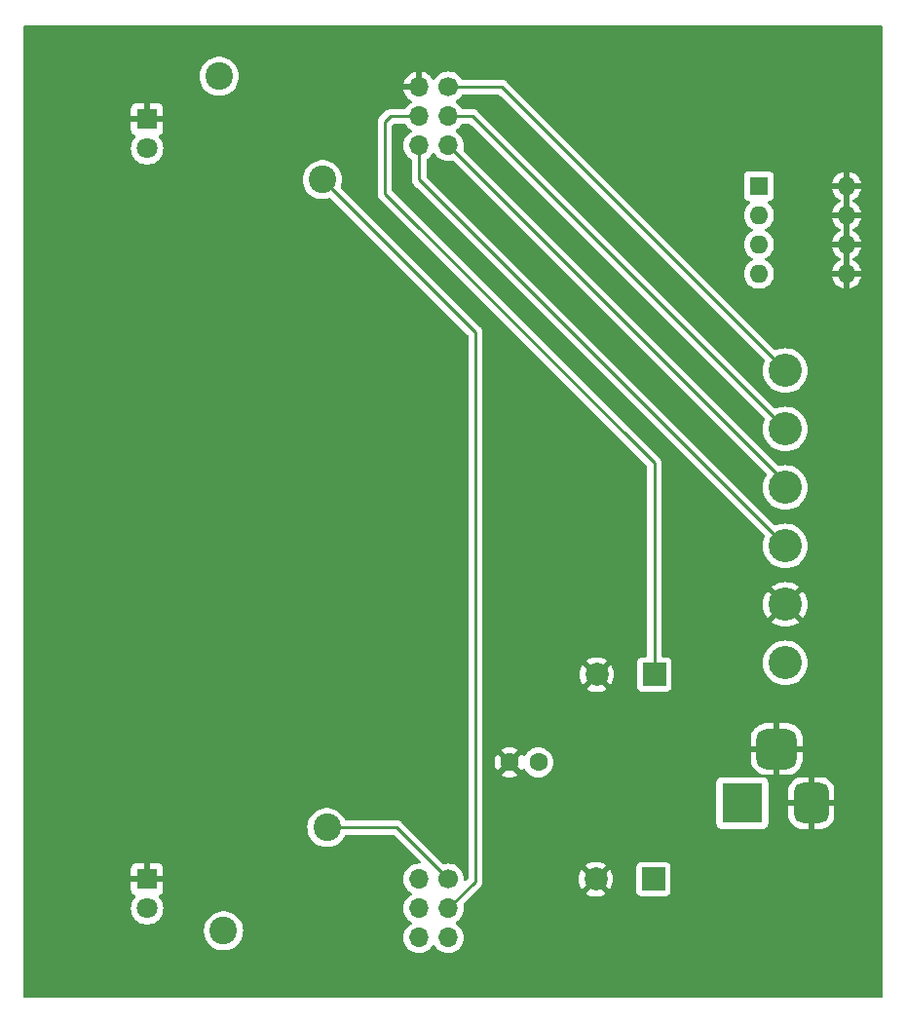
<source format=gbr>
%TF.GenerationSoftware,KiCad,Pcbnew,(7.0.0)*%
%TF.CreationDate,2023-04-28T14:44:39-07:00*%
%TF.ProjectId,Bottom_Board,426f7474-6f6d-45f4-926f-6172642e6b69,0*%
%TF.SameCoordinates,Original*%
%TF.FileFunction,Copper,L2,Bot*%
%TF.FilePolarity,Positive*%
%FSLAX46Y46*%
G04 Gerber Fmt 4.6, Leading zero omitted, Abs format (unit mm)*
G04 Created by KiCad (PCBNEW (7.0.0)) date 2023-04-28 14:44:39*
%MOMM*%
%LPD*%
G01*
G04 APERTURE LIST*
G04 Aperture macros list*
%AMRoundRect*
0 Rectangle with rounded corners*
0 $1 Rounding radius*
0 $2 $3 $4 $5 $6 $7 $8 $9 X,Y pos of 4 corners*
0 Add a 4 corners polygon primitive as box body*
4,1,4,$2,$3,$4,$5,$6,$7,$8,$9,$2,$3,0*
0 Add four circle primitives for the rounded corners*
1,1,$1+$1,$2,$3*
1,1,$1+$1,$4,$5*
1,1,$1+$1,$6,$7*
1,1,$1+$1,$8,$9*
0 Add four rect primitives between the rounded corners*
20,1,$1+$1,$2,$3,$4,$5,0*
20,1,$1+$1,$4,$5,$6,$7,0*
20,1,$1+$1,$6,$7,$8,$9,0*
20,1,$1+$1,$8,$9,$2,$3,0*%
%AMHorizOval*
0 Thick line with rounded ends*
0 $1 width*
0 $2 $3 position (X,Y) of the first rounded end (center of the circle)*
0 $4 $5 position (X,Y) of the second rounded end (center of the circle)*
0 Add line between two ends*
20,1,$1,$2,$3,$4,$5,0*
0 Add two circle primitives to create the rounded ends*
1,1,$1,$2,$3*
1,1,$1,$4,$5*%
G04 Aperture macros list end*
%TA.AperFunction,ComponentPad*%
%ADD10C,1.600000*%
%TD*%
%TA.AperFunction,ComponentPad*%
%ADD11R,2.000000X2.000000*%
%TD*%
%TA.AperFunction,ComponentPad*%
%ADD12C,2.000000*%
%TD*%
%TA.AperFunction,ComponentPad*%
%ADD13C,2.400000*%
%TD*%
%TA.AperFunction,ComponentPad*%
%ADD14HorizOval,2.400000X0.000000X0.000000X0.000000X0.000000X0*%
%TD*%
%TA.AperFunction,ComponentPad*%
%ADD15C,1.700000*%
%TD*%
%TA.AperFunction,ComponentPad*%
%ADD16O,1.700000X1.700000*%
%TD*%
%TA.AperFunction,ComponentPad*%
%ADD17C,2.880000*%
%TD*%
%TA.AperFunction,ComponentPad*%
%ADD18HorizOval,2.400000X0.000000X0.000000X0.000000X0.000000X0*%
%TD*%
%TA.AperFunction,ComponentPad*%
%ADD19R,1.800000X1.800000*%
%TD*%
%TA.AperFunction,ComponentPad*%
%ADD20C,1.800000*%
%TD*%
%TA.AperFunction,ComponentPad*%
%ADD21R,1.600000X1.600000*%
%TD*%
%TA.AperFunction,ComponentPad*%
%ADD22O,1.600000X1.600000*%
%TD*%
%TA.AperFunction,ComponentPad*%
%ADD23R,3.500000X3.500000*%
%TD*%
%TA.AperFunction,ComponentPad*%
%ADD24RoundRect,0.750000X0.750000X1.000000X-0.750000X1.000000X-0.750000X-1.000000X0.750000X-1.000000X0*%
%TD*%
%TA.AperFunction,ComponentPad*%
%ADD25RoundRect,0.875000X0.875000X0.875000X-0.875000X0.875000X-0.875000X-0.875000X0.875000X-0.875000X0*%
%TD*%
%TA.AperFunction,Conductor*%
%ADD26C,0.250000*%
%TD*%
G04 APERTURE END LIST*
D10*
%TO.P,C1,1*%
%TO.N,VBUS*%
X144780000Y-127000000D03*
%TO.P,C1,2*%
%TO.N,GND*%
X142280000Y-127000000D03*
%TD*%
D11*
%TO.P,C2,1*%
%TO.N,VBUS*%
X154859999Y-119379999D03*
D12*
%TO.P,C2,2*%
%TO.N,GND*%
X149860000Y-119380000D03*
%TD*%
D11*
%TO.P,C3,1*%
%TO.N,VBUS*%
X154779999Y-137159999D03*
D12*
%TO.P,C3,2*%
%TO.N,GND*%
X149780000Y-137160000D03*
%TD*%
D13*
%TO.P,R1,1*%
%TO.N,Net-(D1-A)*%
X117429872Y-141650128D03*
D14*
%TO.P,R1,2*%
%TO.N,D12*%
X126410127Y-132669871D03*
%TD*%
D15*
%TO.P,J2,1,Pin_1*%
%TO.N,AN0*%
X136961000Y-68326000D03*
D16*
%TO.P,J2,2,Pin_2*%
%TO.N,GND*%
X134420999Y-68325999D03*
%TO.P,J2,3,Pin_3*%
%TO.N,AN1*%
X136960999Y-70865999D03*
%TO.P,J2,4,Pin_4*%
%TO.N,VBUS*%
X134420999Y-70865999D03*
%TO.P,J2,5,Pin_5*%
%TO.N,AN2*%
X136960999Y-73405999D03*
%TO.P,J2,6,Pin_6*%
%TO.N,AN3*%
X134420999Y-73405999D03*
%TD*%
D17*
%TO.P,J3,1,Pin_1*%
%TO.N,D6*%
X166250125Y-118364000D03*
%TO.P,J3,2,Pin_2*%
%TO.N,GND*%
X166250125Y-113284000D03*
%TO.P,J3,3,Pin_3*%
%TO.N,AN3*%
X166250125Y-108204000D03*
%TO.P,J3,4,Pin_4*%
%TO.N,AN2*%
X166250125Y-103124000D03*
%TO.P,J3,5,Pin_5*%
%TO.N,AN1*%
X166250125Y-98044000D03*
%TO.P,J3,6,Pin_6*%
%TO.N,AN0*%
X166250125Y-92964000D03*
%TD*%
D13*
%TO.P,R2,1*%
%TO.N,Net-(D2-A)*%
X117048872Y-67391872D03*
D18*
%TO.P,R2,2*%
%TO.N,D11*%
X126029127Y-76372127D03*
%TD*%
D15*
%TO.P,J1,1,Pin_1*%
%TO.N,D12*%
X136961000Y-137160000D03*
D16*
%TO.P,J1,2,Pin_2*%
%TO.N,D5*%
X134420999Y-137159999D03*
%TO.P,J1,3,Pin_3*%
%TO.N,D11*%
X136960999Y-139699999D03*
%TO.P,J1,4,Pin_4*%
%TO.N,D6*%
X134420999Y-139699999D03*
%TO.P,J1,5,Pin_5*%
%TO.N,D10*%
X136960999Y-142239999D03*
%TO.P,J1,6,Pin_6*%
%TO.N,D9*%
X134420999Y-142239999D03*
%TD*%
D19*
%TO.P,D2,1,K*%
%TO.N,GND*%
X110779999Y-71119999D03*
D20*
%TO.P,D2,2,A*%
%TO.N,Net-(D2-A)*%
X110780000Y-73660000D03*
%TD*%
D21*
%TO.P,SW2,1*%
%TO.N,D10*%
X163956999Y-76933229D03*
D22*
%TO.P,SW2,2*%
%TO.N,D9*%
X163956999Y-79473229D03*
%TO.P,SW2,3*%
%TO.N,D6*%
X163956999Y-82013229D03*
%TO.P,SW2,4*%
%TO.N,D5*%
X163956999Y-84553229D03*
%TO.P,SW2,5*%
%TO.N,GND*%
X171576999Y-84553229D03*
%TO.P,SW2,6*%
X171576999Y-82013229D03*
%TO.P,SW2,7*%
X171576999Y-79473229D03*
%TO.P,SW2,8*%
X171576999Y-76933229D03*
%TD*%
D19*
%TO.P,D1,1,K*%
%TO.N,GND*%
X110779999Y-137159999D03*
D20*
%TO.P,D1,2,A*%
%TO.N,Net-(D1-A)*%
X110780000Y-139700000D03*
%TD*%
D23*
%TO.P,J4,1*%
%TO.N,VBUS*%
X162510336Y-130533255D03*
D24*
%TO.P,J4,2*%
%TO.N,GND*%
X168510337Y-130533256D03*
D25*
%TO.P,J4,3*%
X165510337Y-125833256D03*
%TD*%
D26*
%TO.N,AN3*%
X134421000Y-73406000D02*
X134421000Y-76374875D01*
X134421000Y-76374875D02*
X166250125Y-108204000D01*
%TO.N,GND*%
X166250125Y-113284000D02*
X171577000Y-107957125D01*
X149860000Y-119380000D02*
X142280000Y-126960000D01*
X171577000Y-107957125D02*
X171577000Y-84553230D01*
X142280000Y-126960000D02*
X142280000Y-127000000D01*
%TO.N,AN2*%
X166250125Y-102695125D02*
X166250125Y-103124000D01*
X136961000Y-73406000D02*
X166250125Y-102695125D01*
%TO.N,AN0*%
X136961000Y-68326000D02*
X141612125Y-68326000D01*
X141612125Y-68326000D02*
X166250125Y-92964000D01*
%TO.N,AN1*%
X139072125Y-70866000D02*
X166250125Y-98044000D01*
X136961000Y-70866000D02*
X139072125Y-70866000D01*
%TO.N,VBUS*%
X131445000Y-71374000D02*
X131445000Y-77597000D01*
X131445000Y-77597000D02*
X154860000Y-101012000D01*
X154860000Y-101012000D02*
X154860000Y-119380000D01*
X134421000Y-70866000D02*
X131953000Y-70866000D01*
X131953000Y-70866000D02*
X131445000Y-71374000D01*
%TO.N,D11*%
X136961000Y-139700000D02*
X139319000Y-137342000D01*
X139319000Y-89662000D02*
X126029128Y-76372128D01*
X139319000Y-137342000D02*
X139319000Y-89662000D01*
%TO.N,D12*%
X136961000Y-137160000D02*
X132470872Y-132669872D01*
X132470872Y-132669872D02*
X126410128Y-132669872D01*
%TD*%
%TA.AperFunction,Conductor*%
%TO.N,GND*%
G36*
X174687500Y-63017113D02*
G01*
X174732887Y-63062500D01*
X174749500Y-63124500D01*
X174749500Y-147375500D01*
X174732887Y-147437500D01*
X174687500Y-147482887D01*
X174625500Y-147499500D01*
X100124500Y-147499500D01*
X100062500Y-147482887D01*
X100017113Y-147437500D01*
X100000500Y-147375500D01*
X100000500Y-141650128D01*
X115724604Y-141650128D01*
X115724951Y-141654758D01*
X115733434Y-141767967D01*
X115743650Y-141904285D01*
X115744680Y-141908798D01*
X115744681Y-141908804D01*
X115799330Y-142148236D01*
X115800364Y-142152765D01*
X115802060Y-142157088D01*
X115802061Y-142157089D01*
X115834601Y-142240000D01*
X115893479Y-142390016D01*
X116020913Y-142610740D01*
X116179822Y-142810005D01*
X116366655Y-142983360D01*
X116577238Y-143126933D01*
X116806868Y-143237517D01*
X116811296Y-143238882D01*
X116811299Y-143238884D01*
X116911448Y-143269775D01*
X117050414Y-143312641D01*
X117302437Y-143350628D01*
X117552672Y-143350628D01*
X117557307Y-143350628D01*
X117809330Y-143312641D01*
X118052876Y-143237517D01*
X118282506Y-143126933D01*
X118493089Y-142983360D01*
X118679922Y-142810005D01*
X118838831Y-142610740D01*
X118966265Y-142390016D01*
X119059380Y-142152765D01*
X119116094Y-141904285D01*
X119135140Y-141650128D01*
X119116094Y-141395971D01*
X119059380Y-141147491D01*
X118966265Y-140910240D01*
X118838831Y-140689516D01*
X118679922Y-140490251D01*
X118493089Y-140316896D01*
X118282506Y-140173323D01*
X118278320Y-140171307D01*
X118057055Y-140064751D01*
X118057049Y-140064748D01*
X118052876Y-140062739D01*
X118048454Y-140061375D01*
X118048444Y-140061371D01*
X117813763Y-139988982D01*
X117813758Y-139988980D01*
X117809330Y-139987615D01*
X117804750Y-139986924D01*
X117804743Y-139986923D01*
X117561890Y-139950318D01*
X117561879Y-139950317D01*
X117557307Y-139949628D01*
X117302437Y-139949628D01*
X117297865Y-139950317D01*
X117297853Y-139950318D01*
X117055000Y-139986923D01*
X117054990Y-139986925D01*
X117050414Y-139987615D01*
X117045988Y-139988979D01*
X117045980Y-139988982D01*
X116811299Y-140061371D01*
X116811284Y-140061376D01*
X116806868Y-140062739D01*
X116802699Y-140064746D01*
X116802688Y-140064751D01*
X116581423Y-140171307D01*
X116581416Y-140171310D01*
X116577238Y-140173323D01*
X116366655Y-140316896D01*
X116363263Y-140320042D01*
X116363257Y-140320048D01*
X116183223Y-140487095D01*
X116179822Y-140490251D01*
X116176932Y-140493873D01*
X116176929Y-140493878D01*
X116023805Y-140685889D01*
X116020913Y-140689516D01*
X116018594Y-140693531D01*
X116018593Y-140693534D01*
X115895800Y-140906219D01*
X115895797Y-140906224D01*
X115893479Y-140910240D01*
X115891785Y-140914554D01*
X115891783Y-140914560D01*
X115802061Y-141143166D01*
X115800364Y-141147491D01*
X115799331Y-141152012D01*
X115799330Y-141152019D01*
X115744681Y-141391451D01*
X115744679Y-141391459D01*
X115743650Y-141395971D01*
X115724604Y-141650128D01*
X100000500Y-141650128D01*
X100000500Y-139700000D01*
X109374700Y-139700000D01*
X109375124Y-139705117D01*
X109393441Y-139926186D01*
X109393442Y-139926195D01*
X109393866Y-139931305D01*
X109395123Y-139936272D01*
X109395125Y-139936279D01*
X109426803Y-140061371D01*
X109450843Y-140156300D01*
X109452903Y-140160996D01*
X109542016Y-140364154D01*
X109542019Y-140364159D01*
X109544076Y-140368849D01*
X109607548Y-140466001D01*
X109668219Y-140558865D01*
X109668222Y-140558869D01*
X109671021Y-140563153D01*
X109828216Y-140733913D01*
X110011374Y-140876470D01*
X110215497Y-140986936D01*
X110435019Y-141062298D01*
X110663951Y-141100500D01*
X110890916Y-141100500D01*
X110896049Y-141100500D01*
X111124981Y-141062298D01*
X111344503Y-140986936D01*
X111548626Y-140876470D01*
X111731784Y-140733913D01*
X111888979Y-140563153D01*
X112015924Y-140368849D01*
X112109157Y-140156300D01*
X112166134Y-139931305D01*
X112185300Y-139700000D01*
X112166134Y-139468695D01*
X112109157Y-139243700D01*
X112015924Y-139031151D01*
X111888979Y-138836847D01*
X111885511Y-138833080D01*
X111885509Y-138833077D01*
X111842172Y-138786001D01*
X111793831Y-138733488D01*
X111765059Y-138680737D01*
X111764467Y-138620650D01*
X111792194Y-138567340D01*
X111841729Y-138533325D01*
X111913778Y-138506452D01*
X111929189Y-138498037D01*
X112030092Y-138422501D01*
X112042501Y-138410092D01*
X112118037Y-138309189D01*
X112126452Y-138293777D01*
X112170888Y-138174641D01*
X112174426Y-138159667D01*
X112179646Y-138111114D01*
X112180000Y-138104518D01*
X112180000Y-137426326D01*
X112176549Y-137413450D01*
X112163674Y-137410000D01*
X109396326Y-137410000D01*
X109383450Y-137413450D01*
X109380000Y-137426326D01*
X109380000Y-138104518D01*
X109380353Y-138111114D01*
X109385573Y-138159667D01*
X109389111Y-138174641D01*
X109433547Y-138293777D01*
X109441962Y-138309189D01*
X109517498Y-138410092D01*
X109529907Y-138422501D01*
X109630810Y-138498037D01*
X109646222Y-138506452D01*
X109718270Y-138533325D01*
X109767805Y-138567340D01*
X109795532Y-138620650D01*
X109794940Y-138680737D01*
X109766167Y-138733490D01*
X109674491Y-138833077D01*
X109674488Y-138833080D01*
X109671021Y-138836847D01*
X109668226Y-138841124D01*
X109668219Y-138841134D01*
X109555177Y-139014159D01*
X109544076Y-139031151D01*
X109542021Y-139035835D01*
X109542016Y-139035845D01*
X109452903Y-139239003D01*
X109450843Y-139243700D01*
X109449585Y-139248665D01*
X109449584Y-139248670D01*
X109395125Y-139463720D01*
X109395123Y-139463729D01*
X109393866Y-139468695D01*
X109393442Y-139473802D01*
X109393441Y-139473813D01*
X109375200Y-139693955D01*
X109374700Y-139700000D01*
X100000500Y-139700000D01*
X100000500Y-136893674D01*
X109380000Y-136893674D01*
X109383450Y-136906549D01*
X109396326Y-136910000D01*
X110513674Y-136910000D01*
X110526549Y-136906549D01*
X110530000Y-136893674D01*
X111030000Y-136893674D01*
X111033450Y-136906549D01*
X111046326Y-136910000D01*
X112163674Y-136910000D01*
X112176549Y-136906549D01*
X112180000Y-136893674D01*
X112180000Y-136215482D01*
X112179646Y-136208885D01*
X112174426Y-136160332D01*
X112170888Y-136145358D01*
X112126452Y-136026222D01*
X112118037Y-136010810D01*
X112042501Y-135909907D01*
X112030092Y-135897498D01*
X111929189Y-135821962D01*
X111913777Y-135813547D01*
X111794641Y-135769111D01*
X111779667Y-135765573D01*
X111731114Y-135760353D01*
X111724518Y-135760000D01*
X111046326Y-135760000D01*
X111033450Y-135763450D01*
X111030000Y-135776326D01*
X111030000Y-136893674D01*
X110530000Y-136893674D01*
X110530000Y-135776326D01*
X110526549Y-135763450D01*
X110513674Y-135760000D01*
X109835482Y-135760000D01*
X109828885Y-135760353D01*
X109780332Y-135765573D01*
X109765358Y-135769111D01*
X109646222Y-135813547D01*
X109630810Y-135821962D01*
X109529907Y-135897498D01*
X109517498Y-135909907D01*
X109441962Y-136010810D01*
X109433547Y-136026222D01*
X109389111Y-136145358D01*
X109385573Y-136160332D01*
X109380353Y-136208885D01*
X109380000Y-136215482D01*
X109380000Y-136893674D01*
X100000500Y-136893674D01*
X100000500Y-76372128D01*
X124323860Y-76372128D01*
X124324207Y-76376758D01*
X124339686Y-76583326D01*
X124342906Y-76626285D01*
X124343936Y-76630798D01*
X124343937Y-76630804D01*
X124392179Y-76842164D01*
X124399620Y-76874765D01*
X124401315Y-76879084D01*
X124401317Y-76879089D01*
X124474929Y-77066649D01*
X124492735Y-77112016D01*
X124620169Y-77332740D01*
X124779078Y-77532005D01*
X124965911Y-77705360D01*
X125176494Y-77848933D01*
X125406124Y-77959517D01*
X125410552Y-77960882D01*
X125410555Y-77960884D01*
X125501495Y-77988935D01*
X125649670Y-78034641D01*
X125901693Y-78072628D01*
X126151928Y-78072628D01*
X126156563Y-78072628D01*
X126408586Y-78034641D01*
X126641719Y-77962728D01*
X126708116Y-77960866D01*
X126765949Y-77993539D01*
X138657181Y-89884772D01*
X138684061Y-89925000D01*
X138693500Y-89972453D01*
X138693500Y-137031548D01*
X138684061Y-137079001D01*
X138657183Y-137119226D01*
X138527866Y-137248543D01*
X138478505Y-137278791D01*
X138420789Y-137283333D01*
X138367301Y-137261178D01*
X138329702Y-137217155D01*
X138316477Y-137162071D01*
X138316659Y-137160000D01*
X138296063Y-136924592D01*
X138234903Y-136696337D01*
X138135035Y-136482171D01*
X137999495Y-136288599D01*
X137832401Y-136121505D01*
X137827970Y-136118402D01*
X137827966Y-136118399D01*
X137643259Y-135989066D01*
X137643257Y-135989064D01*
X137638830Y-135985965D01*
X137633933Y-135983681D01*
X137633927Y-135983678D01*
X137429572Y-135888386D01*
X137429570Y-135888385D01*
X137424663Y-135886097D01*
X137419438Y-135884697D01*
X137419430Y-135884694D01*
X137201634Y-135826337D01*
X137201630Y-135826336D01*
X137196408Y-135824937D01*
X137191020Y-135824465D01*
X137191017Y-135824465D01*
X136966395Y-135804813D01*
X136961000Y-135804341D01*
X136955605Y-135804813D01*
X136730982Y-135824465D01*
X136730977Y-135824465D01*
X136725592Y-135824937D01*
X136720370Y-135826335D01*
X136720365Y-135826337D01*
X136625126Y-135851856D01*
X136560939Y-135851856D01*
X136505352Y-135819762D01*
X132968158Y-132282567D01*
X132960714Y-132274386D01*
X132956658Y-132267995D01*
X132907647Y-132221970D01*
X132904850Y-132219259D01*
X132888099Y-132202508D01*
X132885343Y-132199752D01*
X132882162Y-132197284D01*
X132873286Y-132189702D01*
X132847141Y-132165150D01*
X132847139Y-132165148D01*
X132841454Y-132159810D01*
X132834621Y-132156054D01*
X132834615Y-132156049D01*
X132823897Y-132150157D01*
X132807638Y-132139478D01*
X132797967Y-132131976D01*
X132797964Y-132131974D01*
X132791808Y-132127199D01*
X132784651Y-132124101D01*
X132784648Y-132124100D01*
X132751721Y-132109850D01*
X132741235Y-132104713D01*
X132709804Y-132087434D01*
X132709795Y-132087430D01*
X132702964Y-132083675D01*
X132695407Y-132081734D01*
X132695403Y-132081733D01*
X132683560Y-132078692D01*
X132665156Y-132072391D01*
X132653929Y-132067532D01*
X132653922Y-132067530D01*
X132646768Y-132064434D01*
X132639064Y-132063213D01*
X132639062Y-132063213D01*
X132603631Y-132057601D01*
X132592196Y-132055233D01*
X132557443Y-132046310D01*
X132557435Y-132046309D01*
X132549891Y-132044372D01*
X132542095Y-132044372D01*
X132529855Y-132044372D01*
X132510469Y-132042846D01*
X132490676Y-132039712D01*
X132482910Y-132040446D01*
X132482907Y-132040446D01*
X132447196Y-132043822D01*
X132435527Y-132044372D01*
X128075956Y-132044372D01*
X128027790Y-132034635D01*
X127987188Y-132006953D01*
X127960529Y-131965676D01*
X127946521Y-131929984D01*
X127819087Y-131709260D01*
X127660178Y-131509995D01*
X127473345Y-131336640D01*
X127262762Y-131193067D01*
X127258576Y-131191051D01*
X127037311Y-131084495D01*
X127037305Y-131084492D01*
X127033132Y-131082483D01*
X127028710Y-131081119D01*
X127028700Y-131081115D01*
X126794019Y-131008726D01*
X126794014Y-131008724D01*
X126789586Y-131007359D01*
X126785006Y-131006668D01*
X126784999Y-131006667D01*
X126542146Y-130970062D01*
X126542135Y-130970061D01*
X126537563Y-130969372D01*
X126282693Y-130969372D01*
X126278121Y-130970061D01*
X126278109Y-130970062D01*
X126035256Y-131006667D01*
X126035246Y-131006669D01*
X126030670Y-131007359D01*
X126026244Y-131008723D01*
X126026236Y-131008726D01*
X125791555Y-131081115D01*
X125791540Y-131081120D01*
X125787124Y-131082483D01*
X125782955Y-131084490D01*
X125782944Y-131084495D01*
X125561679Y-131191051D01*
X125561672Y-131191054D01*
X125557494Y-131193067D01*
X125346911Y-131336640D01*
X125343519Y-131339786D01*
X125343513Y-131339792D01*
X125163479Y-131506839D01*
X125160078Y-131509995D01*
X125157188Y-131513617D01*
X125157185Y-131513622D01*
X125088396Y-131599881D01*
X125001169Y-131709260D01*
X124998850Y-131713275D01*
X124998849Y-131713278D01*
X124876056Y-131925963D01*
X124876053Y-131925968D01*
X124873735Y-131929984D01*
X124872041Y-131934298D01*
X124872039Y-131934304D01*
X124785010Y-132156049D01*
X124780620Y-132167235D01*
X124779587Y-132171756D01*
X124779586Y-132171763D01*
X124724937Y-132411195D01*
X124724935Y-132411203D01*
X124723906Y-132415715D01*
X124723559Y-132420334D01*
X124723559Y-132420340D01*
X124708063Y-132627129D01*
X124704860Y-132669872D01*
X124705207Y-132674502D01*
X124713367Y-132783401D01*
X124723906Y-132924029D01*
X124780620Y-133172509D01*
X124873735Y-133409760D01*
X125001169Y-133630484D01*
X125160078Y-133829749D01*
X125346911Y-134003104D01*
X125557494Y-134146677D01*
X125787124Y-134257261D01*
X125791552Y-134258626D01*
X125791555Y-134258628D01*
X125891704Y-134289519D01*
X126030670Y-134332385D01*
X126282693Y-134370372D01*
X126532928Y-134370372D01*
X126537563Y-134370372D01*
X126789586Y-134332385D01*
X127033132Y-134257261D01*
X127262762Y-134146677D01*
X127473345Y-134003104D01*
X127660178Y-133829749D01*
X127819087Y-133630484D01*
X127946521Y-133409760D01*
X127960529Y-133374067D01*
X127987188Y-133332791D01*
X128027790Y-133305109D01*
X128075956Y-133295372D01*
X132160420Y-133295372D01*
X132207873Y-133304811D01*
X132248101Y-133331691D01*
X134509541Y-135593132D01*
X134539791Y-135642495D01*
X134544333Y-135700211D01*
X134522178Y-135753698D01*
X134478155Y-135791298D01*
X134423071Y-135804522D01*
X134421000Y-135804341D01*
X134415605Y-135804813D01*
X134190982Y-135824465D01*
X134190977Y-135824465D01*
X134185592Y-135824937D01*
X134180371Y-135826335D01*
X134180365Y-135826337D01*
X133962569Y-135884694D01*
X133962557Y-135884698D01*
X133957337Y-135886097D01*
X133952432Y-135888383D01*
X133952427Y-135888386D01*
X133748081Y-135983675D01*
X133748077Y-135983677D01*
X133743171Y-135985965D01*
X133738738Y-135989068D01*
X133738731Y-135989073D01*
X133554034Y-136118399D01*
X133554029Y-136118402D01*
X133549599Y-136121505D01*
X133545775Y-136125328D01*
X133545769Y-136125334D01*
X133386334Y-136284769D01*
X133386328Y-136284775D01*
X133382505Y-136288599D01*
X133379402Y-136293029D01*
X133379399Y-136293034D01*
X133250073Y-136477731D01*
X133250068Y-136477738D01*
X133246965Y-136482171D01*
X133244677Y-136487077D01*
X133244675Y-136487081D01*
X133149386Y-136691427D01*
X133149383Y-136691432D01*
X133147097Y-136696337D01*
X133145698Y-136701557D01*
X133145694Y-136701569D01*
X133087337Y-136919365D01*
X133087335Y-136919371D01*
X133085937Y-136924592D01*
X133065341Y-137160000D01*
X133065813Y-137165395D01*
X133084727Y-137381586D01*
X133085937Y-137395408D01*
X133087336Y-137400630D01*
X133087337Y-137400634D01*
X133145694Y-137618430D01*
X133145697Y-137618438D01*
X133147097Y-137623663D01*
X133149385Y-137628570D01*
X133149386Y-137628572D01*
X133244678Y-137832927D01*
X133244681Y-137832933D01*
X133246965Y-137837830D01*
X133250064Y-137842257D01*
X133250066Y-137842259D01*
X133379399Y-138026966D01*
X133379402Y-138026970D01*
X133382505Y-138031401D01*
X133549599Y-138198495D01*
X133554032Y-138201599D01*
X133554038Y-138201604D01*
X133735158Y-138328425D01*
X133774024Y-138372743D01*
X133788035Y-138430000D01*
X133774024Y-138487257D01*
X133735160Y-138531574D01*
X133549599Y-138661505D01*
X133545775Y-138665328D01*
X133545769Y-138665334D01*
X133386334Y-138824769D01*
X133386328Y-138824775D01*
X133382505Y-138828599D01*
X133379402Y-138833029D01*
X133379399Y-138833034D01*
X133250073Y-139017731D01*
X133250068Y-139017738D01*
X133246965Y-139022171D01*
X133244677Y-139027077D01*
X133244675Y-139027081D01*
X133149386Y-139231427D01*
X133149383Y-139231432D01*
X133147097Y-139236337D01*
X133145698Y-139241557D01*
X133145694Y-139241569D01*
X133087337Y-139459365D01*
X133087336Y-139459369D01*
X133085937Y-139464592D01*
X133085465Y-139469977D01*
X133085466Y-139469980D01*
X133065341Y-139700000D01*
X133085937Y-139935408D01*
X133087336Y-139940630D01*
X133087337Y-139940634D01*
X133145694Y-140158430D01*
X133145697Y-140158438D01*
X133147097Y-140163663D01*
X133149385Y-140168570D01*
X133149386Y-140168572D01*
X133244678Y-140372927D01*
X133244681Y-140372933D01*
X133246965Y-140377830D01*
X133250064Y-140382257D01*
X133250066Y-140382259D01*
X133379399Y-140566966D01*
X133379402Y-140566970D01*
X133382505Y-140571401D01*
X133549599Y-140738495D01*
X133554032Y-140741599D01*
X133554038Y-140741604D01*
X133735158Y-140868425D01*
X133774024Y-140912743D01*
X133788035Y-140970000D01*
X133774024Y-141027257D01*
X133735159Y-141071575D01*
X133554041Y-141198395D01*
X133549599Y-141201505D01*
X133545775Y-141205328D01*
X133545769Y-141205334D01*
X133386334Y-141364769D01*
X133386328Y-141364775D01*
X133382505Y-141368599D01*
X133379402Y-141373029D01*
X133379399Y-141373034D01*
X133250073Y-141557731D01*
X133250068Y-141557738D01*
X133246965Y-141562171D01*
X133244677Y-141567077D01*
X133244675Y-141567081D01*
X133149386Y-141771427D01*
X133149383Y-141771432D01*
X133147097Y-141776337D01*
X133145698Y-141781557D01*
X133145694Y-141781569D01*
X133087337Y-141999365D01*
X133087335Y-141999371D01*
X133085937Y-142004592D01*
X133065341Y-142240000D01*
X133065813Y-142245395D01*
X133078817Y-142394036D01*
X133085937Y-142475408D01*
X133087336Y-142480630D01*
X133087337Y-142480634D01*
X133145694Y-142698430D01*
X133145697Y-142698438D01*
X133147097Y-142703663D01*
X133149385Y-142708570D01*
X133149386Y-142708572D01*
X133244678Y-142912927D01*
X133244681Y-142912933D01*
X133246965Y-142917830D01*
X133250064Y-142922257D01*
X133250066Y-142922259D01*
X133379399Y-143106966D01*
X133379402Y-143106970D01*
X133382505Y-143111401D01*
X133549599Y-143278495D01*
X133554031Y-143281598D01*
X133554033Y-143281600D01*
X133698260Y-143382589D01*
X133743170Y-143414035D01*
X133957337Y-143513903D01*
X134185592Y-143575063D01*
X134421000Y-143595659D01*
X134656408Y-143575063D01*
X134884663Y-143513903D01*
X135098830Y-143414035D01*
X135292401Y-143278495D01*
X135459495Y-143111401D01*
X135589424Y-142925842D01*
X135633743Y-142886976D01*
X135691000Y-142872965D01*
X135748257Y-142886976D01*
X135792575Y-142925842D01*
X135919395Y-143106961D01*
X135919401Y-143106968D01*
X135922505Y-143111401D01*
X136089599Y-143278495D01*
X136094031Y-143281598D01*
X136094033Y-143281600D01*
X136238260Y-143382589D01*
X136283170Y-143414035D01*
X136497337Y-143513903D01*
X136725592Y-143575063D01*
X136961000Y-143595659D01*
X137196408Y-143575063D01*
X137424663Y-143513903D01*
X137638830Y-143414035D01*
X137832401Y-143278495D01*
X137999495Y-143111401D01*
X138135035Y-142917830D01*
X138234903Y-142703663D01*
X138296063Y-142475408D01*
X138316659Y-142240000D01*
X138296063Y-142004592D01*
X138234903Y-141776337D01*
X138135035Y-141562171D01*
X137999495Y-141368599D01*
X137832401Y-141201505D01*
X137827968Y-141198401D01*
X137827961Y-141198395D01*
X137646842Y-141071575D01*
X137607976Y-141027257D01*
X137593965Y-140970000D01*
X137607976Y-140912743D01*
X137646842Y-140868425D01*
X137827961Y-140741604D01*
X137827961Y-140741603D01*
X137832401Y-140738495D01*
X137999495Y-140571401D01*
X138135035Y-140377830D01*
X138234903Y-140163663D01*
X138296063Y-139935408D01*
X138316659Y-139700000D01*
X138296063Y-139464592D01*
X138269143Y-139364126D01*
X138269143Y-139299939D01*
X138301235Y-139244353D01*
X139162340Y-138383248D01*
X148915749Y-138383248D01*
X148923855Y-138394439D01*
X148952717Y-138416903D01*
X148961279Y-138422496D01*
X149170885Y-138535929D01*
X149180239Y-138540032D01*
X149405656Y-138617417D01*
X149415568Y-138619928D01*
X149650643Y-138659155D01*
X149660839Y-138660000D01*
X149899161Y-138660000D01*
X149909356Y-138659155D01*
X150144431Y-138619928D01*
X150154343Y-138617417D01*
X150379760Y-138540032D01*
X150389114Y-138535929D01*
X150598723Y-138422495D01*
X150607281Y-138416903D01*
X150636146Y-138394437D01*
X150644250Y-138383250D01*
X150637589Y-138371142D01*
X150471025Y-138204578D01*
X153279500Y-138204578D01*
X153279501Y-138207872D01*
X153279853Y-138211150D01*
X153279854Y-138211161D01*
X153285079Y-138259768D01*
X153285080Y-138259773D01*
X153285909Y-138267483D01*
X153288619Y-138274749D01*
X153288620Y-138274753D01*
X153301464Y-138309189D01*
X153336204Y-138402331D01*
X153341518Y-138409430D01*
X153341519Y-138409431D01*
X153407849Y-138498037D01*
X153422454Y-138517546D01*
X153537669Y-138603796D01*
X153672517Y-138654091D01*
X153732127Y-138660500D01*
X155827872Y-138660499D01*
X155887483Y-138654091D01*
X156022331Y-138603796D01*
X156137546Y-138517546D01*
X156223796Y-138402331D01*
X156274091Y-138267483D01*
X156280500Y-138207873D01*
X156280499Y-136112128D01*
X156274091Y-136052517D01*
X156223796Y-135917669D01*
X156137546Y-135802454D01*
X156088279Y-135765573D01*
X156029431Y-135721519D01*
X156029430Y-135721518D01*
X156022331Y-135716204D01*
X155887483Y-135665909D01*
X155879770Y-135665079D01*
X155879767Y-135665079D01*
X155831180Y-135659855D01*
X155831169Y-135659854D01*
X155827873Y-135659500D01*
X155824550Y-135659500D01*
X153735439Y-135659500D01*
X153735420Y-135659500D01*
X153732128Y-135659501D01*
X153728850Y-135659853D01*
X153728838Y-135659854D01*
X153680231Y-135665079D01*
X153680225Y-135665080D01*
X153672517Y-135665909D01*
X153665252Y-135668618D01*
X153665246Y-135668620D01*
X153545980Y-135713104D01*
X153545978Y-135713104D01*
X153537669Y-135716204D01*
X153530572Y-135721516D01*
X153530568Y-135721519D01*
X153429550Y-135797141D01*
X153429546Y-135797144D01*
X153422454Y-135802454D01*
X153417144Y-135809546D01*
X153417141Y-135809550D01*
X153341519Y-135910568D01*
X153341516Y-135910572D01*
X153336204Y-135917669D01*
X153333104Y-135925978D01*
X153333104Y-135925980D01*
X153288620Y-136045247D01*
X153288619Y-136045250D01*
X153285909Y-136052517D01*
X153285079Y-136060227D01*
X153285079Y-136060232D01*
X153279855Y-136108819D01*
X153279854Y-136108831D01*
X153279500Y-136112127D01*
X153279500Y-136115448D01*
X153279500Y-136115449D01*
X153279500Y-138204560D01*
X153279500Y-138204578D01*
X150471025Y-138204578D01*
X149791542Y-137525095D01*
X149780000Y-137518431D01*
X149768457Y-137525095D01*
X148922408Y-138371143D01*
X148915749Y-138383248D01*
X139162340Y-138383248D01*
X139706306Y-137839282D01*
X139714482Y-137831843D01*
X139720877Y-137827786D01*
X139766933Y-137778740D01*
X139769550Y-137776038D01*
X139789120Y-137756470D01*
X139791565Y-137753316D01*
X139799155Y-137744428D01*
X139829062Y-137712582D01*
X139838709Y-137695032D01*
X139849393Y-137678766D01*
X139861674Y-137662936D01*
X139879018Y-137622851D01*
X139884160Y-137612356D01*
X139905197Y-137574092D01*
X139910179Y-137554689D01*
X139916480Y-137536283D01*
X139924438Y-137517895D01*
X139931269Y-137474756D01*
X139933639Y-137463315D01*
X139942560Y-137428574D01*
X139942559Y-137428574D01*
X139944500Y-137421019D01*
X139944500Y-137400983D01*
X139946025Y-137381597D01*
X139949160Y-137361804D01*
X139945050Y-137318324D01*
X139944500Y-137306655D01*
X139944500Y-137165117D01*
X148275283Y-137165117D01*
X148294962Y-137402618D01*
X148296646Y-137412712D01*
X148355153Y-137643747D01*
X148358472Y-137653414D01*
X148454208Y-137871673D01*
X148459070Y-137880656D01*
X148548999Y-138018304D01*
X148556963Y-138026024D01*
X148566345Y-138020100D01*
X149414904Y-137171542D01*
X149421568Y-137160000D01*
X150138431Y-137160000D01*
X150145095Y-137171542D01*
X150993653Y-138020100D01*
X151003034Y-138026024D01*
X151011002Y-138018299D01*
X151100924Y-137880664D01*
X151105792Y-137871669D01*
X151201527Y-137653414D01*
X151204846Y-137643747D01*
X151263353Y-137412712D01*
X151265037Y-137402618D01*
X151284717Y-137165117D01*
X151284717Y-137154883D01*
X151265037Y-136917381D01*
X151263353Y-136907287D01*
X151204846Y-136676252D01*
X151201527Y-136666585D01*
X151105792Y-136448330D01*
X151100924Y-136439335D01*
X151011002Y-136301699D01*
X151003034Y-136293974D01*
X150993653Y-136299898D01*
X150145095Y-137148457D01*
X150138431Y-137160000D01*
X149421568Y-137160000D01*
X149414904Y-137148457D01*
X148566345Y-136299898D01*
X148556964Y-136293974D01*
X148548997Y-136301699D01*
X148459072Y-136439338D01*
X148454207Y-136448328D01*
X148358472Y-136666585D01*
X148355153Y-136676252D01*
X148296646Y-136907287D01*
X148294962Y-136917381D01*
X148275283Y-137154883D01*
X148275283Y-137165117D01*
X139944500Y-137165117D01*
X139944500Y-135936749D01*
X148915748Y-135936749D01*
X148922408Y-135948855D01*
X149768457Y-136794904D01*
X149780000Y-136801568D01*
X149791542Y-136794904D01*
X150637590Y-135948855D01*
X150644250Y-135936749D01*
X150636143Y-135925559D01*
X150607286Y-135903099D01*
X150598719Y-135897503D01*
X150389114Y-135784070D01*
X150379760Y-135779967D01*
X150154343Y-135702582D01*
X150144431Y-135700071D01*
X149909356Y-135660844D01*
X149899161Y-135660000D01*
X149660839Y-135660000D01*
X149650643Y-135660844D01*
X149415568Y-135700071D01*
X149405656Y-135702582D01*
X149180239Y-135779967D01*
X149170885Y-135784070D01*
X148961276Y-135897504D01*
X148952717Y-135903096D01*
X148923854Y-135925560D01*
X148915748Y-135936749D01*
X139944500Y-135936749D01*
X139944500Y-132327834D01*
X160259837Y-132327834D01*
X160259838Y-132331128D01*
X160260190Y-132334406D01*
X160260191Y-132334417D01*
X160265416Y-132383024D01*
X160265417Y-132383029D01*
X160266246Y-132390739D01*
X160268956Y-132398005D01*
X160268957Y-132398009D01*
X160275561Y-132415715D01*
X160316541Y-132525587D01*
X160402791Y-132640802D01*
X160518006Y-132727052D01*
X160652854Y-132777347D01*
X160712464Y-132783756D01*
X164308209Y-132783755D01*
X164367820Y-132777347D01*
X164502668Y-132727052D01*
X164617883Y-132640802D01*
X164704133Y-132525587D01*
X164754428Y-132390739D01*
X164760837Y-132331129D01*
X164760837Y-131595000D01*
X166510338Y-131595000D01*
X166510529Y-131599881D01*
X166520327Y-131724385D01*
X166522011Y-131734648D01*
X166574354Y-131942376D01*
X166578016Y-131952841D01*
X166666463Y-132147562D01*
X166671940Y-132157214D01*
X166793727Y-132333005D01*
X166800845Y-132341530D01*
X166952062Y-132492747D01*
X166960587Y-132499865D01*
X167136378Y-132621652D01*
X167146030Y-132627129D01*
X167340751Y-132715576D01*
X167351216Y-132719238D01*
X167558945Y-132771581D01*
X167569206Y-132773265D01*
X167693711Y-132783064D01*
X167698591Y-132783256D01*
X168244011Y-132783256D01*
X168256886Y-132779805D01*
X168260337Y-132766930D01*
X168260337Y-132766929D01*
X168760337Y-132766929D01*
X168763787Y-132779804D01*
X168776663Y-132783255D01*
X169322081Y-132783255D01*
X169326962Y-132783063D01*
X169451466Y-132773265D01*
X169461729Y-132771581D01*
X169669457Y-132719238D01*
X169679922Y-132715576D01*
X169874643Y-132627129D01*
X169884295Y-132621652D01*
X170060086Y-132499865D01*
X170068611Y-132492747D01*
X170219828Y-132341530D01*
X170226946Y-132333005D01*
X170348733Y-132157214D01*
X170354210Y-132147562D01*
X170442657Y-131952841D01*
X170446319Y-131942376D01*
X170498662Y-131734647D01*
X170500346Y-131724386D01*
X170510145Y-131599881D01*
X170510337Y-131595002D01*
X170510337Y-130799582D01*
X170506886Y-130786706D01*
X170494011Y-130783256D01*
X168776663Y-130783256D01*
X168763787Y-130786706D01*
X168760337Y-130799582D01*
X168760337Y-132766929D01*
X168260337Y-132766929D01*
X168260337Y-130799582D01*
X168256886Y-130786706D01*
X168244011Y-130783256D01*
X166526664Y-130783256D01*
X166513788Y-130786706D01*
X166510338Y-130799582D01*
X166510338Y-131595000D01*
X164760837Y-131595000D01*
X164760836Y-130266930D01*
X166510337Y-130266930D01*
X166513787Y-130279805D01*
X166526663Y-130283256D01*
X168244011Y-130283256D01*
X168256886Y-130279805D01*
X168260337Y-130266930D01*
X168760337Y-130266930D01*
X168763787Y-130279805D01*
X168776663Y-130283256D01*
X170494010Y-130283256D01*
X170506885Y-130279805D01*
X170510336Y-130266930D01*
X170510336Y-129471512D01*
X170510144Y-129466630D01*
X170500346Y-129342126D01*
X170498662Y-129331863D01*
X170446319Y-129124135D01*
X170442657Y-129113670D01*
X170354210Y-128918949D01*
X170348733Y-128909297D01*
X170226946Y-128733506D01*
X170219828Y-128724981D01*
X170068611Y-128573764D01*
X170060086Y-128566646D01*
X169884295Y-128444859D01*
X169874643Y-128439382D01*
X169679922Y-128350935D01*
X169669457Y-128347273D01*
X169461728Y-128294930D01*
X169451467Y-128293246D01*
X169326962Y-128283447D01*
X169322083Y-128283256D01*
X168776663Y-128283256D01*
X168763787Y-128286706D01*
X168760337Y-128299582D01*
X168760337Y-130266930D01*
X168260337Y-130266930D01*
X168260337Y-128299583D01*
X168256886Y-128286707D01*
X168244011Y-128283257D01*
X167698593Y-128283257D01*
X167693711Y-128283448D01*
X167569207Y-128293246D01*
X167558944Y-128294930D01*
X167351216Y-128347273D01*
X167340751Y-128350935D01*
X167146030Y-128439382D01*
X167136378Y-128444859D01*
X166960587Y-128566646D01*
X166952062Y-128573764D01*
X166800845Y-128724981D01*
X166793727Y-128733506D01*
X166671940Y-128909297D01*
X166666463Y-128918949D01*
X166578016Y-129113670D01*
X166574354Y-129124135D01*
X166522011Y-129331864D01*
X166520327Y-129342125D01*
X166510528Y-129466630D01*
X166510337Y-129471510D01*
X166510337Y-130266930D01*
X164760836Y-130266930D01*
X164760836Y-128735384D01*
X164754428Y-128675773D01*
X164704133Y-128540925D01*
X164617883Y-128425710D01*
X164502668Y-128339460D01*
X164494360Y-128336361D01*
X164494354Y-128336358D01*
X164453826Y-128321242D01*
X164398166Y-128279734D01*
X164373545Y-128214812D01*
X164387683Y-128146833D01*
X164436147Y-128097111D01*
X164503741Y-128081236D01*
X164540107Y-128083168D01*
X164543394Y-128083256D01*
X165244011Y-128083256D01*
X165256886Y-128079805D01*
X165260337Y-128066930D01*
X165260337Y-128066929D01*
X165760337Y-128066929D01*
X165763787Y-128079804D01*
X165776663Y-128083255D01*
X166477268Y-128083255D01*
X166480567Y-128083167D01*
X166527260Y-128080688D01*
X166535720Y-128079650D01*
X166756152Y-128037018D01*
X166766255Y-128034157D01*
X166975383Y-127955236D01*
X166984852Y-127950711D01*
X167177640Y-127837579D01*
X167186204Y-127831522D01*
X167357095Y-127687439D01*
X167364520Y-127680014D01*
X167508603Y-127509123D01*
X167514660Y-127500559D01*
X167627792Y-127307771D01*
X167632317Y-127298302D01*
X167711238Y-127089174D01*
X167714099Y-127079071D01*
X167756729Y-126858647D01*
X167757770Y-126850164D01*
X167760249Y-126803493D01*
X167760337Y-126800199D01*
X167760337Y-126099582D01*
X167756886Y-126086706D01*
X167744011Y-126083256D01*
X165776663Y-126083256D01*
X165763787Y-126086706D01*
X165760337Y-126099582D01*
X165760337Y-128066929D01*
X165260337Y-128066929D01*
X165260337Y-126099582D01*
X165256886Y-126086706D01*
X165244011Y-126083256D01*
X163276664Y-126083256D01*
X163263788Y-126086706D01*
X163260338Y-126099582D01*
X163260338Y-126800187D01*
X163260425Y-126803486D01*
X163262904Y-126850179D01*
X163263942Y-126858639D01*
X163306574Y-127079071D01*
X163309435Y-127089174D01*
X163388356Y-127298302D01*
X163392881Y-127307771D01*
X163506013Y-127500559D01*
X163512070Y-127509123D01*
X163656153Y-127680014D01*
X163663578Y-127687439D01*
X163834469Y-127831522D01*
X163843033Y-127837579D01*
X164035821Y-127950711D01*
X164045290Y-127955236D01*
X164254418Y-128034157D01*
X164269587Y-128038453D01*
X164269351Y-128039283D01*
X164319183Y-128062557D01*
X164355334Y-128110900D01*
X164364376Y-128170584D01*
X164344164Y-128227465D01*
X164299491Y-128268063D01*
X164240941Y-128282756D01*
X160715776Y-128282756D01*
X160715757Y-128282756D01*
X160712465Y-128282757D01*
X160709187Y-128283109D01*
X160709175Y-128283110D01*
X160660568Y-128288335D01*
X160660562Y-128288336D01*
X160652854Y-128289165D01*
X160645589Y-128291874D01*
X160645583Y-128291876D01*
X160526317Y-128336360D01*
X160526315Y-128336360D01*
X160518006Y-128339460D01*
X160510909Y-128344772D01*
X160510905Y-128344775D01*
X160409887Y-128420397D01*
X160409883Y-128420400D01*
X160402791Y-128425710D01*
X160397481Y-128432802D01*
X160397478Y-128432806D01*
X160321856Y-128533824D01*
X160321853Y-128533828D01*
X160316541Y-128540925D01*
X160313441Y-128549234D01*
X160313441Y-128549236D01*
X160268957Y-128668503D01*
X160268956Y-128668506D01*
X160266246Y-128675773D01*
X160265416Y-128683483D01*
X160265416Y-128683488D01*
X160260192Y-128732075D01*
X160260191Y-128732087D01*
X160259837Y-128735383D01*
X160259837Y-128738704D01*
X160259837Y-128738705D01*
X160259837Y-132327816D01*
X160259837Y-132327834D01*
X139944500Y-132327834D01*
X139944500Y-128078703D01*
X141558217Y-128078703D01*
X141565650Y-128086814D01*
X141623077Y-128127025D01*
X141632427Y-128132423D01*
X141828768Y-128223979D01*
X141838902Y-128227667D01*
X142048162Y-128283739D01*
X142058793Y-128285613D01*
X142274605Y-128304494D01*
X142285395Y-128304494D01*
X142501206Y-128285613D01*
X142511837Y-128283739D01*
X142721097Y-128227667D01*
X142731231Y-128223979D01*
X142927575Y-128132422D01*
X142936920Y-128127026D01*
X142994348Y-128086814D01*
X143001780Y-128078703D01*
X142995867Y-128069421D01*
X142291542Y-127365095D01*
X142280000Y-127358431D01*
X142268457Y-127365095D01*
X141564128Y-128069424D01*
X141558217Y-128078703D01*
X139944500Y-128078703D01*
X139944500Y-127005395D01*
X140975506Y-127005395D01*
X140994386Y-127221206D01*
X140996260Y-127231837D01*
X141052332Y-127441097D01*
X141056020Y-127451231D01*
X141147576Y-127647572D01*
X141152974Y-127656922D01*
X141193184Y-127714348D01*
X141201295Y-127721781D01*
X141210574Y-127715870D01*
X141914903Y-127011542D01*
X141921567Y-127000000D01*
X142638431Y-127000000D01*
X142645095Y-127011542D01*
X143349421Y-127715867D01*
X143358703Y-127721780D01*
X143366814Y-127714348D01*
X143407026Y-127656920D01*
X143412420Y-127647578D01*
X143417340Y-127637028D01*
X143463096Y-127584850D01*
X143529721Y-127565429D01*
X143596347Y-127584847D01*
X143642105Y-127637023D01*
X143647138Y-127647817D01*
X143647143Y-127647827D01*
X143649432Y-127652734D01*
X143779953Y-127839139D01*
X143940861Y-128000047D01*
X144127266Y-128130568D01*
X144333504Y-128226739D01*
X144338734Y-128228140D01*
X144338736Y-128228141D01*
X144544429Y-128283256D01*
X144553308Y-128285635D01*
X144780000Y-128305468D01*
X145006692Y-128285635D01*
X145226496Y-128226739D01*
X145432734Y-128130568D01*
X145619139Y-128000047D01*
X145780047Y-127839139D01*
X145910568Y-127652734D01*
X146006739Y-127446496D01*
X146065635Y-127226692D01*
X146085468Y-127000000D01*
X146065635Y-126773308D01*
X146006739Y-126553504D01*
X145910568Y-126347266D01*
X145780047Y-126160861D01*
X145619139Y-125999953D01*
X145495219Y-125913184D01*
X145437173Y-125872540D01*
X145437171Y-125872539D01*
X145432734Y-125869432D01*
X145226496Y-125773261D01*
X145221271Y-125771861D01*
X145221263Y-125771858D01*
X145011916Y-125715764D01*
X145011907Y-125715762D01*
X145006692Y-125714365D01*
X145001304Y-125713893D01*
X145001301Y-125713893D01*
X144785395Y-125695004D01*
X144780000Y-125694532D01*
X144774605Y-125695004D01*
X144558698Y-125713893D01*
X144558693Y-125713893D01*
X144553308Y-125714365D01*
X144548094Y-125715762D01*
X144548083Y-125715764D01*
X144338736Y-125771858D01*
X144338724Y-125771862D01*
X144333504Y-125773261D01*
X144328599Y-125775547D01*
X144328594Y-125775550D01*
X144132176Y-125867142D01*
X144132172Y-125867144D01*
X144127266Y-125869432D01*
X144122833Y-125872535D01*
X144122826Y-125872540D01*
X143945296Y-125996847D01*
X143945291Y-125996850D01*
X143940861Y-125999953D01*
X143937037Y-126003776D01*
X143937031Y-126003782D01*
X143783782Y-126157031D01*
X143783776Y-126157037D01*
X143779953Y-126160861D01*
X143776850Y-126165291D01*
X143776847Y-126165296D01*
X143652540Y-126342826D01*
X143652535Y-126342833D01*
X143649432Y-126347266D01*
X143647142Y-126352175D01*
X143647140Y-126352180D01*
X143642104Y-126362979D01*
X143596346Y-126415153D01*
X143529721Y-126434570D01*
X143463097Y-126415149D01*
X143417341Y-126362974D01*
X143412420Y-126352422D01*
X143407025Y-126343077D01*
X143366814Y-126285650D01*
X143358703Y-126278217D01*
X143349424Y-126284128D01*
X142645095Y-126988457D01*
X142638431Y-127000000D01*
X141921567Y-127000000D01*
X141914903Y-126988457D01*
X141210574Y-126284128D01*
X141201296Y-126278217D01*
X141193183Y-126285651D01*
X141152971Y-126343081D01*
X141147577Y-126352425D01*
X141056020Y-126548768D01*
X141052332Y-126558902D01*
X140996260Y-126768162D01*
X140994386Y-126778793D01*
X140975506Y-126994605D01*
X140975506Y-127005395D01*
X139944500Y-127005395D01*
X139944500Y-125921296D01*
X141558217Y-125921296D01*
X141564128Y-125930574D01*
X142268457Y-126634903D01*
X142280000Y-126641567D01*
X142291542Y-126634903D01*
X142995870Y-125930574D01*
X143001781Y-125921295D01*
X142994348Y-125913184D01*
X142936922Y-125872974D01*
X142927572Y-125867576D01*
X142731231Y-125776020D01*
X142721097Y-125772332D01*
X142511837Y-125716260D01*
X142501206Y-125714386D01*
X142285395Y-125695506D01*
X142274605Y-125695506D01*
X142058793Y-125714386D01*
X142048162Y-125716260D01*
X141838902Y-125772332D01*
X141828768Y-125776020D01*
X141632425Y-125867577D01*
X141623081Y-125872971D01*
X141565651Y-125913183D01*
X141558217Y-125921296D01*
X139944500Y-125921296D01*
X139944500Y-125566930D01*
X163260337Y-125566930D01*
X163263787Y-125579805D01*
X163276663Y-125583256D01*
X165244011Y-125583256D01*
X165256886Y-125579805D01*
X165260337Y-125566930D01*
X165760337Y-125566930D01*
X165763787Y-125579805D01*
X165776663Y-125583256D01*
X167744010Y-125583256D01*
X167756885Y-125579805D01*
X167760336Y-125566930D01*
X167760336Y-124866325D01*
X167760248Y-124863025D01*
X167757769Y-124816332D01*
X167756731Y-124807872D01*
X167714099Y-124587440D01*
X167711238Y-124577337D01*
X167632317Y-124368209D01*
X167627792Y-124358740D01*
X167514660Y-124165952D01*
X167508603Y-124157388D01*
X167364520Y-123986497D01*
X167357095Y-123979072D01*
X167186204Y-123834989D01*
X167177640Y-123828932D01*
X166984852Y-123715800D01*
X166975383Y-123711275D01*
X166766255Y-123632354D01*
X166756152Y-123629493D01*
X166535728Y-123586863D01*
X166527245Y-123585822D01*
X166480574Y-123583343D01*
X166477280Y-123583256D01*
X165776663Y-123583256D01*
X165763787Y-123586706D01*
X165760337Y-123599582D01*
X165760337Y-125566930D01*
X165260337Y-125566930D01*
X165260337Y-123599583D01*
X165256886Y-123586707D01*
X165244011Y-123583257D01*
X164543406Y-123583257D01*
X164540106Y-123583344D01*
X164493413Y-123585823D01*
X164484953Y-123586861D01*
X164264521Y-123629493D01*
X164254418Y-123632354D01*
X164045290Y-123711275D01*
X164035821Y-123715800D01*
X163843033Y-123828932D01*
X163834469Y-123834989D01*
X163663578Y-123979072D01*
X163656153Y-123986497D01*
X163512070Y-124157388D01*
X163506013Y-124165952D01*
X163392881Y-124358740D01*
X163388356Y-124368209D01*
X163309435Y-124577337D01*
X163306574Y-124587440D01*
X163263944Y-124807864D01*
X163262903Y-124816347D01*
X163260424Y-124863018D01*
X163260337Y-124866313D01*
X163260337Y-125566930D01*
X139944500Y-125566930D01*
X139944500Y-120603248D01*
X148995749Y-120603248D01*
X149003855Y-120614439D01*
X149032717Y-120636903D01*
X149041279Y-120642496D01*
X149250885Y-120755929D01*
X149260239Y-120760032D01*
X149485656Y-120837417D01*
X149495568Y-120839928D01*
X149730643Y-120879155D01*
X149740839Y-120880000D01*
X149979161Y-120880000D01*
X149989356Y-120879155D01*
X150224431Y-120839928D01*
X150234343Y-120837417D01*
X150459760Y-120760032D01*
X150469114Y-120755929D01*
X150678723Y-120642495D01*
X150687281Y-120636903D01*
X150716146Y-120614437D01*
X150724250Y-120603250D01*
X150717589Y-120591142D01*
X149871542Y-119745095D01*
X149860000Y-119738431D01*
X149848457Y-119745095D01*
X149002408Y-120591143D01*
X148995749Y-120603248D01*
X139944500Y-120603248D01*
X139944500Y-119385117D01*
X148355283Y-119385117D01*
X148374962Y-119622618D01*
X148376646Y-119632712D01*
X148435153Y-119863747D01*
X148438472Y-119873414D01*
X148534208Y-120091673D01*
X148539070Y-120100656D01*
X148628999Y-120238304D01*
X148636963Y-120246024D01*
X148646345Y-120240100D01*
X149494904Y-119391542D01*
X149501568Y-119380000D01*
X150218431Y-119380000D01*
X150225095Y-119391542D01*
X151073653Y-120240100D01*
X151083034Y-120246024D01*
X151091002Y-120238299D01*
X151180924Y-120100664D01*
X151185792Y-120091669D01*
X151281527Y-119873414D01*
X151284846Y-119863747D01*
X151343353Y-119632712D01*
X151345037Y-119622618D01*
X151364717Y-119385117D01*
X151364717Y-119374883D01*
X151345037Y-119137381D01*
X151343353Y-119127287D01*
X151284846Y-118896252D01*
X151281527Y-118886585D01*
X151185792Y-118668330D01*
X151180924Y-118659335D01*
X151091002Y-118521699D01*
X151083034Y-118513974D01*
X151073653Y-118519898D01*
X150225095Y-119368457D01*
X150218431Y-119380000D01*
X149501568Y-119380000D01*
X149494904Y-119368457D01*
X148646345Y-118519898D01*
X148636964Y-118513974D01*
X148628997Y-118521699D01*
X148539072Y-118659338D01*
X148534207Y-118668328D01*
X148438472Y-118886585D01*
X148435153Y-118896252D01*
X148376646Y-119127287D01*
X148374962Y-119137381D01*
X148355283Y-119374883D01*
X148355283Y-119385117D01*
X139944500Y-119385117D01*
X139944500Y-118156749D01*
X148995748Y-118156749D01*
X149002408Y-118168855D01*
X149848457Y-119014904D01*
X149859999Y-119021568D01*
X149871542Y-119014904D01*
X150717590Y-118168855D01*
X150724250Y-118156749D01*
X150716143Y-118145559D01*
X150687286Y-118123099D01*
X150678719Y-118117503D01*
X150469114Y-118004070D01*
X150459760Y-117999967D01*
X150234343Y-117922582D01*
X150224431Y-117920071D01*
X149989356Y-117880844D01*
X149979161Y-117880000D01*
X149740839Y-117880000D01*
X149730643Y-117880844D01*
X149495568Y-117920071D01*
X149485656Y-117922582D01*
X149260239Y-117999967D01*
X149250885Y-118004070D01*
X149041276Y-118117504D01*
X149032717Y-118123096D01*
X149003854Y-118145560D01*
X148995748Y-118156749D01*
X139944500Y-118156749D01*
X139944500Y-89739771D01*
X139945020Y-89728718D01*
X139946672Y-89721332D01*
X139944561Y-89654144D01*
X139944500Y-89650250D01*
X139944500Y-89626545D01*
X139944500Y-89622650D01*
X139943998Y-89618681D01*
X139943080Y-89607024D01*
X139941954Y-89571173D01*
X139941709Y-89563373D01*
X139936120Y-89544140D01*
X139932174Y-89525083D01*
X139930641Y-89512944D01*
X139929664Y-89505208D01*
X139913582Y-89464591D01*
X139909803Y-89453551D01*
X139899795Y-89419102D01*
X139899793Y-89419099D01*
X139897618Y-89411610D01*
X139893647Y-89404896D01*
X139893645Y-89404891D01*
X139887421Y-89394368D01*
X139878858Y-89376890D01*
X139871486Y-89358268D01*
X139866902Y-89351959D01*
X139866899Y-89351953D01*
X139845817Y-89322937D01*
X139839401Y-89313170D01*
X139821143Y-89282296D01*
X139821140Y-89282292D01*
X139817170Y-89275579D01*
X139803005Y-89261414D01*
X139790368Y-89246618D01*
X139783184Y-89236729D01*
X139783178Y-89236723D01*
X139778594Y-89230413D01*
X139744946Y-89202577D01*
X139736305Y-89194714D01*
X127647756Y-77106165D01*
X127621174Y-77066649D01*
X127611447Y-77020029D01*
X127620007Y-76973186D01*
X127658636Y-76874765D01*
X127715350Y-76626285D01*
X127734396Y-76372128D01*
X127715350Y-76117971D01*
X127658636Y-75869491D01*
X127565521Y-75632240D01*
X127438087Y-75411516D01*
X127279178Y-75212251D01*
X127092345Y-75038896D01*
X126881762Y-74895323D01*
X126877576Y-74893307D01*
X126656311Y-74786751D01*
X126656305Y-74786748D01*
X126652132Y-74784739D01*
X126647710Y-74783375D01*
X126647700Y-74783371D01*
X126413019Y-74710982D01*
X126413014Y-74710980D01*
X126408586Y-74709615D01*
X126404006Y-74708924D01*
X126403999Y-74708923D01*
X126161146Y-74672318D01*
X126161135Y-74672317D01*
X126156563Y-74671628D01*
X125901693Y-74671628D01*
X125897121Y-74672317D01*
X125897109Y-74672318D01*
X125654256Y-74708923D01*
X125654246Y-74708925D01*
X125649670Y-74709615D01*
X125645244Y-74710979D01*
X125645236Y-74710982D01*
X125410555Y-74783371D01*
X125410540Y-74783376D01*
X125406124Y-74784739D01*
X125401955Y-74786746D01*
X125401944Y-74786751D01*
X125180679Y-74893307D01*
X125180672Y-74893310D01*
X125176494Y-74895323D01*
X125172661Y-74897936D01*
X125172658Y-74897938D01*
X125098351Y-74948600D01*
X124965911Y-75038896D01*
X124962519Y-75042042D01*
X124962513Y-75042048D01*
X124782479Y-75209095D01*
X124779078Y-75212251D01*
X124776188Y-75215873D01*
X124776185Y-75215878D01*
X124623061Y-75407889D01*
X124620169Y-75411516D01*
X124617850Y-75415531D01*
X124617849Y-75415534D01*
X124495056Y-75628219D01*
X124495053Y-75628224D01*
X124492735Y-75632240D01*
X124491041Y-75636554D01*
X124491039Y-75636560D01*
X124424461Y-75806197D01*
X124399620Y-75869491D01*
X124398587Y-75874012D01*
X124398586Y-75874019D01*
X124343937Y-76113451D01*
X124343935Y-76113459D01*
X124342906Y-76117971D01*
X124342559Y-76122590D01*
X124342559Y-76122596D01*
X124329482Y-76297100D01*
X124323860Y-76372128D01*
X100000500Y-76372128D01*
X100000500Y-73660000D01*
X109374700Y-73660000D01*
X109375124Y-73665117D01*
X109393441Y-73886186D01*
X109393442Y-73886195D01*
X109393866Y-73891305D01*
X109395123Y-73896272D01*
X109395125Y-73896279D01*
X109431259Y-74038965D01*
X109450843Y-74116300D01*
X109452903Y-74120996D01*
X109542016Y-74324154D01*
X109542019Y-74324159D01*
X109544076Y-74328849D01*
X109607548Y-74426000D01*
X109668219Y-74518865D01*
X109668222Y-74518869D01*
X109671021Y-74523153D01*
X109828216Y-74693913D01*
X110011374Y-74836470D01*
X110215497Y-74946936D01*
X110435019Y-75022298D01*
X110663951Y-75060500D01*
X110890916Y-75060500D01*
X110896049Y-75060500D01*
X111124981Y-75022298D01*
X111344503Y-74946936D01*
X111548626Y-74836470D01*
X111731784Y-74693913D01*
X111888979Y-74523153D01*
X112015924Y-74328849D01*
X112109157Y-74116300D01*
X112166134Y-73891305D01*
X112185300Y-73660000D01*
X112166134Y-73428695D01*
X112109157Y-73203700D01*
X112015924Y-72991151D01*
X111888979Y-72796847D01*
X111885511Y-72793080D01*
X111885509Y-72793077D01*
X111842172Y-72746001D01*
X111793831Y-72693488D01*
X111765059Y-72640737D01*
X111764467Y-72580650D01*
X111792194Y-72527340D01*
X111841729Y-72493325D01*
X111913778Y-72466452D01*
X111929189Y-72458037D01*
X112030092Y-72382501D01*
X112042501Y-72370092D01*
X112118037Y-72269189D01*
X112126452Y-72253777D01*
X112170888Y-72134641D01*
X112174426Y-72119667D01*
X112179646Y-72071114D01*
X112180000Y-72064518D01*
X112180000Y-71386326D01*
X112176549Y-71373450D01*
X112163674Y-71370000D01*
X109396326Y-71370000D01*
X109383450Y-71373450D01*
X109380000Y-71386326D01*
X109380000Y-72064518D01*
X109380353Y-72071114D01*
X109385573Y-72119667D01*
X109389111Y-72134641D01*
X109433547Y-72253777D01*
X109441962Y-72269189D01*
X109517498Y-72370092D01*
X109529907Y-72382501D01*
X109630810Y-72458037D01*
X109646222Y-72466452D01*
X109718270Y-72493325D01*
X109767805Y-72527340D01*
X109795532Y-72580650D01*
X109794940Y-72640737D01*
X109766167Y-72693490D01*
X109674491Y-72793077D01*
X109674488Y-72793080D01*
X109671021Y-72796847D01*
X109668226Y-72801124D01*
X109668219Y-72801134D01*
X109546878Y-72986862D01*
X109544076Y-72991151D01*
X109542021Y-72995835D01*
X109542016Y-72995845D01*
X109463001Y-73175982D01*
X109450843Y-73203700D01*
X109449585Y-73208665D01*
X109449584Y-73208670D01*
X109395125Y-73423720D01*
X109395123Y-73423729D01*
X109393866Y-73428695D01*
X109393442Y-73433802D01*
X109393441Y-73433813D01*
X109375200Y-73653955D01*
X109374700Y-73660000D01*
X100000500Y-73660000D01*
X100000500Y-71354196D01*
X130814840Y-71354196D01*
X130815574Y-71361961D01*
X130815574Y-71361964D01*
X130818950Y-71397676D01*
X130819500Y-71409345D01*
X130819500Y-77519225D01*
X130818978Y-77530280D01*
X130817327Y-77537667D01*
X130817571Y-77545453D01*
X130817571Y-77545461D01*
X130819439Y-77604873D01*
X130819500Y-77608768D01*
X130819500Y-77636350D01*
X130819988Y-77640219D01*
X130819989Y-77640225D01*
X130820004Y-77640343D01*
X130820918Y-77651966D01*
X130822045Y-77687830D01*
X130822046Y-77687837D01*
X130822291Y-77695627D01*
X130824467Y-77703119D01*
X130824468Y-77703121D01*
X130827879Y-77714862D01*
X130831825Y-77733915D01*
X130834336Y-77753792D01*
X130837206Y-77761042D01*
X130837208Y-77761048D01*
X130850414Y-77794404D01*
X130854197Y-77805451D01*
X130866382Y-77847390D01*
X130870353Y-77854105D01*
X130870354Y-77854107D01*
X130876581Y-77864637D01*
X130885136Y-77882099D01*
X130889642Y-77893480D01*
X130889643Y-77893483D01*
X130892514Y-77900732D01*
X130913095Y-77929060D01*
X130918181Y-77936060D01*
X130924593Y-77945822D01*
X130942856Y-77976702D01*
X130942859Y-77976707D01*
X130946830Y-77983420D01*
X130952345Y-77988935D01*
X130960990Y-77997580D01*
X130973626Y-78012374D01*
X130980819Y-78022275D01*
X130980823Y-78022279D01*
X130985406Y-78028587D01*
X130991415Y-78033558D01*
X130991416Y-78033559D01*
X131019058Y-78056426D01*
X131027699Y-78064289D01*
X154198181Y-101234771D01*
X154225061Y-101274999D01*
X154234500Y-101322452D01*
X154234500Y-117755501D01*
X154217887Y-117817501D01*
X154172500Y-117862888D01*
X154110500Y-117879501D01*
X153812128Y-117879501D01*
X153808850Y-117879853D01*
X153808838Y-117879854D01*
X153760231Y-117885079D01*
X153760225Y-117885080D01*
X153752517Y-117885909D01*
X153745252Y-117888618D01*
X153745246Y-117888620D01*
X153625980Y-117933104D01*
X153625978Y-117933104D01*
X153617669Y-117936204D01*
X153610572Y-117941516D01*
X153610568Y-117941519D01*
X153509550Y-118017141D01*
X153509546Y-118017144D01*
X153502454Y-118022454D01*
X153497144Y-118029546D01*
X153497141Y-118029550D01*
X153421519Y-118130568D01*
X153421516Y-118130572D01*
X153416204Y-118137669D01*
X153413104Y-118145978D01*
X153413104Y-118145980D01*
X153368620Y-118265247D01*
X153368619Y-118265250D01*
X153365909Y-118272517D01*
X153365079Y-118280227D01*
X153365079Y-118280232D01*
X153359855Y-118328819D01*
X153359854Y-118328831D01*
X153359500Y-118332127D01*
X153359500Y-118335448D01*
X153359500Y-118335449D01*
X153359500Y-120424560D01*
X153359500Y-120424578D01*
X153359501Y-120427872D01*
X153359853Y-120431150D01*
X153359854Y-120431161D01*
X153365079Y-120479768D01*
X153365080Y-120479773D01*
X153365909Y-120487483D01*
X153368619Y-120494749D01*
X153368620Y-120494753D01*
X153402217Y-120584831D01*
X153416204Y-120622331D01*
X153421518Y-120629430D01*
X153421519Y-120629431D01*
X153431299Y-120642496D01*
X153502454Y-120737546D01*
X153617669Y-120823796D01*
X153752517Y-120874091D01*
X153812127Y-120880500D01*
X155907872Y-120880499D01*
X155967483Y-120874091D01*
X156102331Y-120823796D01*
X156217546Y-120737546D01*
X156303796Y-120622331D01*
X156354091Y-120487483D01*
X156360500Y-120427873D01*
X156360499Y-118364000D01*
X164304668Y-118364000D01*
X164304984Y-118368418D01*
X164324153Y-118636444D01*
X164324154Y-118636453D01*
X164324470Y-118640867D01*
X164325410Y-118645192D01*
X164325412Y-118645200D01*
X164382530Y-118907765D01*
X164383473Y-118912099D01*
X164385022Y-118916252D01*
X164478927Y-119168023D01*
X164478929Y-119168029D01*
X164480475Y-119172172D01*
X164482597Y-119176058D01*
X164611375Y-119411899D01*
X164611379Y-119411906D01*
X164613502Y-119415793D01*
X164616159Y-119419342D01*
X164777194Y-119634460D01*
X164777199Y-119634466D01*
X164779847Y-119638003D01*
X164976122Y-119834278D01*
X164979659Y-119836926D01*
X164979664Y-119836930D01*
X165028401Y-119873414D01*
X165198332Y-120000623D01*
X165441953Y-120133650D01*
X165702026Y-120230652D01*
X165973258Y-120289655D01*
X166250125Y-120309457D01*
X166526992Y-120289655D01*
X166798224Y-120230652D01*
X167058297Y-120133650D01*
X167301918Y-120000623D01*
X167524128Y-119834278D01*
X167720403Y-119638003D01*
X167886748Y-119415793D01*
X168019775Y-119172172D01*
X168116777Y-118912099D01*
X168175780Y-118640867D01*
X168195582Y-118364000D01*
X168175780Y-118087133D01*
X168116777Y-117815901D01*
X168019775Y-117555828D01*
X167886748Y-117312207D01*
X167720403Y-117089997D01*
X167524128Y-116893722D01*
X167520591Y-116891074D01*
X167520585Y-116891069D01*
X167305467Y-116730034D01*
X167301918Y-116727377D01*
X167298031Y-116725254D01*
X167298024Y-116725250D01*
X167062183Y-116596472D01*
X167058297Y-116594350D01*
X167054154Y-116592804D01*
X167054148Y-116592802D01*
X166802377Y-116498897D01*
X166798224Y-116497348D01*
X166793892Y-116496405D01*
X166793890Y-116496405D01*
X166531325Y-116439287D01*
X166531317Y-116439285D01*
X166526992Y-116438345D01*
X166522578Y-116438029D01*
X166522569Y-116438028D01*
X166254543Y-116418859D01*
X166250125Y-116418543D01*
X166245707Y-116418859D01*
X165977680Y-116438028D01*
X165977669Y-116438029D01*
X165973258Y-116438345D01*
X165968934Y-116439285D01*
X165968924Y-116439287D01*
X165706359Y-116496405D01*
X165706353Y-116496406D01*
X165702026Y-116497348D01*
X165697876Y-116498895D01*
X165697872Y-116498897D01*
X165446101Y-116592802D01*
X165446090Y-116592806D01*
X165441953Y-116594350D01*
X165438071Y-116596469D01*
X165438066Y-116596472D01*
X165202225Y-116725250D01*
X165202211Y-116725258D01*
X165198332Y-116727377D01*
X165194786Y-116730030D01*
X165194782Y-116730034D01*
X164979664Y-116891069D01*
X164979651Y-116891079D01*
X164976122Y-116893722D01*
X164972996Y-116896847D01*
X164972989Y-116896854D01*
X164782979Y-117086864D01*
X164782972Y-117086871D01*
X164779847Y-117089997D01*
X164777204Y-117093526D01*
X164777194Y-117093539D01*
X164616159Y-117308657D01*
X164616155Y-117308661D01*
X164613502Y-117312207D01*
X164611383Y-117316086D01*
X164611375Y-117316100D01*
X164482597Y-117551941D01*
X164480475Y-117555828D01*
X164478931Y-117559965D01*
X164478927Y-117559976D01*
X164406001Y-117755500D01*
X164383473Y-117815901D01*
X164382531Y-117820228D01*
X164382530Y-117820234D01*
X164325412Y-118082799D01*
X164325410Y-118082809D01*
X164324470Y-118087133D01*
X164324154Y-118091544D01*
X164324153Y-118091555D01*
X164306711Y-118335439D01*
X164304668Y-118364000D01*
X156360499Y-118364000D01*
X156360499Y-118332128D01*
X156354091Y-118272517D01*
X156303796Y-118137669D01*
X156217546Y-118022454D01*
X156102331Y-117936204D01*
X155967483Y-117885909D01*
X155959770Y-117885079D01*
X155959767Y-117885079D01*
X155911180Y-117879855D01*
X155911169Y-117879854D01*
X155907873Y-117879500D01*
X155904551Y-117879500D01*
X155609500Y-117879500D01*
X155547500Y-117862887D01*
X155502113Y-117817500D01*
X155485500Y-117755500D01*
X155485500Y-114820826D01*
X165072379Y-114820826D01*
X165080697Y-114831937D01*
X165195052Y-114917543D01*
X165202495Y-114922327D01*
X165438271Y-115051070D01*
X165446309Y-115054741D01*
X165698024Y-115148626D01*
X165706493Y-115151112D01*
X165968995Y-115208216D01*
X165977751Y-115209475D01*
X166245707Y-115228640D01*
X166254543Y-115228640D01*
X166522498Y-115209475D01*
X166531254Y-115208216D01*
X166793756Y-115151112D01*
X166802225Y-115148626D01*
X167053940Y-115054741D01*
X167061978Y-115051070D01*
X167297754Y-114922327D01*
X167305197Y-114917543D01*
X167419551Y-114831938D01*
X167427869Y-114820826D01*
X167421217Y-114808645D01*
X166261667Y-113649095D01*
X166250125Y-113642431D01*
X166238582Y-113649095D01*
X165079031Y-114808645D01*
X165072379Y-114820826D01*
X155485500Y-114820826D01*
X155485500Y-113288418D01*
X164305485Y-113288418D01*
X164324649Y-113556373D01*
X164325908Y-113565129D01*
X164383012Y-113827631D01*
X164385498Y-113836100D01*
X164479383Y-114087815D01*
X164483054Y-114095853D01*
X164611797Y-114331629D01*
X164616581Y-114339072D01*
X164702186Y-114453426D01*
X164713297Y-114461744D01*
X164725478Y-114455092D01*
X165885029Y-113295542D01*
X165891693Y-113284000D01*
X166608556Y-113284000D01*
X166615220Y-113295542D01*
X167774770Y-114455092D01*
X167786951Y-114461744D01*
X167798063Y-114453426D01*
X167883668Y-114339072D01*
X167888452Y-114331629D01*
X168017195Y-114095853D01*
X168020866Y-114087815D01*
X168114751Y-113836100D01*
X168117237Y-113827631D01*
X168174341Y-113565129D01*
X168175600Y-113556373D01*
X168194765Y-113288418D01*
X168194765Y-113279582D01*
X168175600Y-113011626D01*
X168174341Y-113002870D01*
X168117237Y-112740368D01*
X168114751Y-112731899D01*
X168020866Y-112480184D01*
X168017195Y-112472146D01*
X167888452Y-112236370D01*
X167883668Y-112228927D01*
X167798062Y-112114572D01*
X167786951Y-112106254D01*
X167774770Y-112112906D01*
X166615220Y-113272457D01*
X166608556Y-113284000D01*
X165891693Y-113284000D01*
X165885029Y-113272457D01*
X164722296Y-112109724D01*
X164713123Y-112103829D01*
X164704882Y-112110970D01*
X164616584Y-112228923D01*
X164611797Y-112236371D01*
X164483054Y-112472146D01*
X164479383Y-112480184D01*
X164385498Y-112731899D01*
X164383012Y-112740368D01*
X164325908Y-113002870D01*
X164324649Y-113011626D01*
X164305485Y-113279582D01*
X164305485Y-113288418D01*
X155485500Y-113288418D01*
X155485500Y-111746998D01*
X165069954Y-111746998D01*
X165075849Y-111756171D01*
X166238582Y-112918904D01*
X166250125Y-112925568D01*
X166261667Y-112918904D01*
X167421217Y-111759353D01*
X167427869Y-111747172D01*
X167419551Y-111736061D01*
X167305197Y-111650456D01*
X167297754Y-111645672D01*
X167061978Y-111516929D01*
X167053940Y-111513258D01*
X166802225Y-111419373D01*
X166793756Y-111416887D01*
X166531254Y-111359783D01*
X166522498Y-111358524D01*
X166254543Y-111339360D01*
X166245707Y-111339360D01*
X165977751Y-111358524D01*
X165968995Y-111359783D01*
X165706493Y-111416887D01*
X165698024Y-111419373D01*
X165446309Y-111513258D01*
X165438271Y-111516929D01*
X165202496Y-111645672D01*
X165195048Y-111650459D01*
X165077095Y-111738757D01*
X165069954Y-111746998D01*
X155485500Y-111746998D01*
X155485500Y-101089775D01*
X155486021Y-101078719D01*
X155487673Y-101071333D01*
X155485561Y-101004113D01*
X155485500Y-101000219D01*
X155485500Y-100976542D01*
X155485500Y-100972650D01*
X155484998Y-100968683D01*
X155484081Y-100957026D01*
X155482710Y-100913373D01*
X155477118Y-100894128D01*
X155473174Y-100875083D01*
X155470664Y-100855208D01*
X155454579Y-100814583D01*
X155450806Y-100803562D01*
X155438618Y-100761610D01*
X155428417Y-100744360D01*
X155419863Y-100726901D01*
X155412486Y-100708268D01*
X155386808Y-100672925D01*
X155380401Y-100663171D01*
X155362142Y-100632296D01*
X155362141Y-100632294D01*
X155358170Y-100625580D01*
X155344004Y-100611414D01*
X155331370Y-100596622D01*
X155319594Y-100580413D01*
X155313583Y-100575440D01*
X155313581Y-100575438D01*
X155285941Y-100552573D01*
X155277300Y-100544710D01*
X132106819Y-77374228D01*
X132079939Y-77334000D01*
X132070500Y-77286547D01*
X132070500Y-71684453D01*
X132079939Y-71637000D01*
X132106819Y-71596771D01*
X132175773Y-71527818D01*
X132216002Y-71500939D01*
X132263454Y-71491500D01*
X133145772Y-71491500D01*
X133203029Y-71505511D01*
X133247347Y-71544376D01*
X133379399Y-71732966D01*
X133379402Y-71732970D01*
X133382505Y-71737401D01*
X133549599Y-71904495D01*
X133554032Y-71907599D01*
X133554038Y-71907604D01*
X133735158Y-72034425D01*
X133774024Y-72078743D01*
X133788035Y-72136000D01*
X133774024Y-72193257D01*
X133735160Y-72237574D01*
X133549599Y-72367505D01*
X133545775Y-72371328D01*
X133545769Y-72371334D01*
X133386334Y-72530769D01*
X133386328Y-72530775D01*
X133382505Y-72534599D01*
X133379402Y-72539029D01*
X133379399Y-72539034D01*
X133250073Y-72723731D01*
X133250068Y-72723738D01*
X133246965Y-72728171D01*
X133244677Y-72733077D01*
X133244675Y-72733081D01*
X133149386Y-72937427D01*
X133149383Y-72937432D01*
X133147097Y-72942337D01*
X133145698Y-72947557D01*
X133145694Y-72947569D01*
X133087337Y-73165365D01*
X133087335Y-73165371D01*
X133085937Y-73170592D01*
X133085465Y-73175977D01*
X133085465Y-73175982D01*
X133065813Y-73400605D01*
X133065341Y-73406000D01*
X133085937Y-73641408D01*
X133087336Y-73646630D01*
X133087337Y-73646634D01*
X133145694Y-73864430D01*
X133145697Y-73864438D01*
X133147097Y-73869663D01*
X133149385Y-73874570D01*
X133149386Y-73874572D01*
X133244678Y-74078927D01*
X133244681Y-74078933D01*
X133246965Y-74083830D01*
X133250064Y-74088257D01*
X133250066Y-74088259D01*
X133379399Y-74272966D01*
X133379402Y-74272970D01*
X133382505Y-74277401D01*
X133549599Y-74444495D01*
X133554031Y-74447598D01*
X133554033Y-74447600D01*
X133742624Y-74579653D01*
X133781489Y-74623971D01*
X133795500Y-74681228D01*
X133795500Y-76297100D01*
X133794978Y-76308155D01*
X133793327Y-76315542D01*
X133793571Y-76323328D01*
X133793571Y-76323336D01*
X133795439Y-76382748D01*
X133795500Y-76386643D01*
X133795500Y-76414225D01*
X133795988Y-76418094D01*
X133795989Y-76418100D01*
X133796004Y-76418218D01*
X133796918Y-76429841D01*
X133798045Y-76465705D01*
X133798046Y-76465712D01*
X133798291Y-76473502D01*
X133800467Y-76480994D01*
X133800468Y-76480996D01*
X133803879Y-76492737D01*
X133807825Y-76511790D01*
X133810336Y-76531667D01*
X133813206Y-76538917D01*
X133813208Y-76538923D01*
X133826414Y-76572279D01*
X133830197Y-76583326D01*
X133842382Y-76625265D01*
X133846353Y-76631980D01*
X133846354Y-76631982D01*
X133852581Y-76642512D01*
X133861136Y-76659974D01*
X133865642Y-76671355D01*
X133865643Y-76671358D01*
X133868514Y-76678607D01*
X133890440Y-76708787D01*
X133894181Y-76713935D01*
X133900593Y-76723697D01*
X133918856Y-76754577D01*
X133918859Y-76754582D01*
X133922830Y-76761295D01*
X133928345Y-76766810D01*
X133936990Y-76775455D01*
X133949626Y-76790249D01*
X133956819Y-76800150D01*
X133956823Y-76800154D01*
X133961406Y-76806462D01*
X133967415Y-76811433D01*
X133967416Y-76811434D01*
X133995058Y-76834301D01*
X134003699Y-76842164D01*
X164445012Y-107283478D01*
X164478497Y-107344801D01*
X164473513Y-107414492D01*
X164385022Y-107651747D01*
X164383473Y-107655901D01*
X164382531Y-107660228D01*
X164382530Y-107660234D01*
X164325412Y-107922799D01*
X164325410Y-107922809D01*
X164324470Y-107927133D01*
X164324154Y-107931544D01*
X164324153Y-107931555D01*
X164305422Y-108193453D01*
X164304668Y-108204000D01*
X164304984Y-108208418D01*
X164324153Y-108476444D01*
X164324154Y-108476453D01*
X164324470Y-108480867D01*
X164325410Y-108485192D01*
X164325412Y-108485200D01*
X164382530Y-108747765D01*
X164383473Y-108752099D01*
X164385022Y-108756252D01*
X164478927Y-109008023D01*
X164478929Y-109008029D01*
X164480475Y-109012172D01*
X164482597Y-109016058D01*
X164611375Y-109251899D01*
X164611379Y-109251906D01*
X164613502Y-109255793D01*
X164616159Y-109259342D01*
X164777194Y-109474460D01*
X164777199Y-109474466D01*
X164779847Y-109478003D01*
X164976122Y-109674278D01*
X164979659Y-109676926D01*
X164979664Y-109676930D01*
X165085980Y-109756517D01*
X165198332Y-109840623D01*
X165441953Y-109973650D01*
X165702026Y-110070652D01*
X165973258Y-110129655D01*
X166250125Y-110149457D01*
X166526992Y-110129655D01*
X166798224Y-110070652D01*
X167058297Y-109973650D01*
X167301918Y-109840623D01*
X167524128Y-109674278D01*
X167720403Y-109478003D01*
X167886748Y-109255793D01*
X168019775Y-109012172D01*
X168116777Y-108752099D01*
X168175780Y-108480867D01*
X168195582Y-108204000D01*
X168175780Y-107927133D01*
X168116777Y-107655901D01*
X168019775Y-107395828D01*
X167886748Y-107152207D01*
X167720403Y-106929997D01*
X167524128Y-106733722D01*
X167520591Y-106731074D01*
X167520585Y-106731069D01*
X167305467Y-106570034D01*
X167301918Y-106567377D01*
X167298031Y-106565254D01*
X167298024Y-106565250D01*
X167062183Y-106436472D01*
X167058297Y-106434350D01*
X167054154Y-106432804D01*
X167054148Y-106432802D01*
X166802377Y-106338897D01*
X166798224Y-106337348D01*
X166793892Y-106336405D01*
X166793890Y-106336405D01*
X166531325Y-106279287D01*
X166531317Y-106279285D01*
X166526992Y-106278345D01*
X166522578Y-106278029D01*
X166522569Y-106278028D01*
X166254543Y-106258859D01*
X166250125Y-106258543D01*
X166245707Y-106258859D01*
X165977680Y-106278028D01*
X165977669Y-106278029D01*
X165973258Y-106278345D01*
X165968934Y-106279285D01*
X165968924Y-106279287D01*
X165706359Y-106336405D01*
X165706353Y-106336406D01*
X165702026Y-106337348D01*
X165697876Y-106338895D01*
X165697872Y-106338897D01*
X165460617Y-106427388D01*
X165390926Y-106432372D01*
X165329603Y-106398887D01*
X135082819Y-76152103D01*
X135055939Y-76111875D01*
X135046500Y-76064422D01*
X135046500Y-74681228D01*
X135060511Y-74623971D01*
X135099376Y-74579653D01*
X135186190Y-74518865D01*
X135292401Y-74444495D01*
X135459495Y-74277401D01*
X135589424Y-74091842D01*
X135633743Y-74052976D01*
X135691000Y-74038965D01*
X135748257Y-74052976D01*
X135792575Y-74091842D01*
X135919395Y-74272961D01*
X135919401Y-74272968D01*
X135922505Y-74277401D01*
X136089599Y-74444495D01*
X136283170Y-74580035D01*
X136497337Y-74679903D01*
X136725592Y-74741063D01*
X136961000Y-74761659D01*
X137196408Y-74741063D01*
X137296874Y-74714143D01*
X137361059Y-74714143D01*
X137416647Y-74746237D01*
X164593586Y-101923177D01*
X164623084Y-101970299D01*
X164629029Y-102025573D01*
X164612470Y-102071643D01*
X164613502Y-102072206D01*
X164613502Y-102072207D01*
X164480475Y-102315828D01*
X164478931Y-102319965D01*
X164478927Y-102319976D01*
X164385022Y-102571747D01*
X164383473Y-102575901D01*
X164382531Y-102580228D01*
X164382530Y-102580234D01*
X164325412Y-102842799D01*
X164325410Y-102842809D01*
X164324470Y-102847133D01*
X164324154Y-102851544D01*
X164324153Y-102851555D01*
X164305422Y-103113453D01*
X164304668Y-103124000D01*
X164304984Y-103128418D01*
X164324153Y-103396444D01*
X164324154Y-103396453D01*
X164324470Y-103400867D01*
X164325410Y-103405192D01*
X164325412Y-103405200D01*
X164382530Y-103667765D01*
X164383473Y-103672099D01*
X164385022Y-103676252D01*
X164478927Y-103928023D01*
X164478929Y-103928029D01*
X164480475Y-103932172D01*
X164482597Y-103936058D01*
X164611375Y-104171899D01*
X164611379Y-104171906D01*
X164613502Y-104175793D01*
X164616159Y-104179342D01*
X164777194Y-104394460D01*
X164777199Y-104394466D01*
X164779847Y-104398003D01*
X164976122Y-104594278D01*
X164979659Y-104596926D01*
X164979664Y-104596930D01*
X165085980Y-104676517D01*
X165198332Y-104760623D01*
X165441953Y-104893650D01*
X165702026Y-104990652D01*
X165973258Y-105049655D01*
X166250125Y-105069457D01*
X166526992Y-105049655D01*
X166798224Y-104990652D01*
X167058297Y-104893650D01*
X167301918Y-104760623D01*
X167524128Y-104594278D01*
X167720403Y-104398003D01*
X167886748Y-104175793D01*
X168019775Y-103932172D01*
X168116777Y-103672099D01*
X168175780Y-103400867D01*
X168195582Y-103124000D01*
X168175780Y-102847133D01*
X168116777Y-102575901D01*
X168019775Y-102315828D01*
X167886748Y-102072207D01*
X167720403Y-101849997D01*
X167524128Y-101653722D01*
X167520591Y-101651074D01*
X167520585Y-101651069D01*
X167305467Y-101490034D01*
X167301918Y-101487377D01*
X167298031Y-101485254D01*
X167298024Y-101485250D01*
X167062183Y-101356472D01*
X167058297Y-101354350D01*
X167054154Y-101352804D01*
X167054148Y-101352802D01*
X166802377Y-101258897D01*
X166798224Y-101257348D01*
X166793892Y-101256405D01*
X166793890Y-101256405D01*
X166531325Y-101199287D01*
X166531317Y-101199285D01*
X166526992Y-101198345D01*
X166522578Y-101198029D01*
X166522569Y-101198028D01*
X166254543Y-101178859D01*
X166250125Y-101178543D01*
X166245707Y-101178859D01*
X165977680Y-101198028D01*
X165977669Y-101198029D01*
X165973258Y-101198345D01*
X165968934Y-101199285D01*
X165968924Y-101199287D01*
X165764008Y-101243864D01*
X165702715Y-101241675D01*
X165649969Y-101210379D01*
X138301237Y-73861646D01*
X138269143Y-73806058D01*
X138269143Y-73741876D01*
X138296063Y-73641408D01*
X138316659Y-73406000D01*
X138296063Y-73170592D01*
X138234903Y-72942337D01*
X138135035Y-72728171D01*
X137999495Y-72534599D01*
X137832401Y-72367505D01*
X137827970Y-72364402D01*
X137827966Y-72364399D01*
X137646841Y-72237574D01*
X137607976Y-72193256D01*
X137593965Y-72135999D01*
X137607976Y-72078742D01*
X137646839Y-72034426D01*
X137832401Y-71904495D01*
X137999495Y-71737401D01*
X138134652Y-71544376D01*
X138178971Y-71505511D01*
X138236228Y-71491500D01*
X138761673Y-71491500D01*
X138809126Y-71500939D01*
X138849354Y-71527819D01*
X164445012Y-97123478D01*
X164478497Y-97184801D01*
X164473513Y-97254492D01*
X164385022Y-97491747D01*
X164383473Y-97495901D01*
X164382531Y-97500228D01*
X164382530Y-97500234D01*
X164325412Y-97762799D01*
X164325410Y-97762809D01*
X164324470Y-97767133D01*
X164324154Y-97771544D01*
X164324153Y-97771555D01*
X164305422Y-98033453D01*
X164304668Y-98044000D01*
X164304984Y-98048418D01*
X164324153Y-98316444D01*
X164324154Y-98316453D01*
X164324470Y-98320867D01*
X164325410Y-98325192D01*
X164325412Y-98325200D01*
X164382530Y-98587765D01*
X164383473Y-98592099D01*
X164385022Y-98596252D01*
X164478927Y-98848023D01*
X164478929Y-98848029D01*
X164480475Y-98852172D01*
X164482597Y-98856058D01*
X164611375Y-99091899D01*
X164611379Y-99091906D01*
X164613502Y-99095793D01*
X164616159Y-99099342D01*
X164777194Y-99314460D01*
X164777199Y-99314466D01*
X164779847Y-99318003D01*
X164976122Y-99514278D01*
X164979659Y-99516926D01*
X164979664Y-99516930D01*
X165085980Y-99596517D01*
X165198332Y-99680623D01*
X165441953Y-99813650D01*
X165702026Y-99910652D01*
X165973258Y-99969655D01*
X166250125Y-99989457D01*
X166526992Y-99969655D01*
X166798224Y-99910652D01*
X167058297Y-99813650D01*
X167301918Y-99680623D01*
X167524128Y-99514278D01*
X167720403Y-99318003D01*
X167886748Y-99095793D01*
X168019775Y-98852172D01*
X168116777Y-98592099D01*
X168175780Y-98320867D01*
X168195582Y-98044000D01*
X168175780Y-97767133D01*
X168116777Y-97495901D01*
X168019775Y-97235828D01*
X167886748Y-96992207D01*
X167720403Y-96769997D01*
X167524128Y-96573722D01*
X167520591Y-96571074D01*
X167520585Y-96571069D01*
X167305467Y-96410034D01*
X167301918Y-96407377D01*
X167298031Y-96405254D01*
X167298024Y-96405250D01*
X167062183Y-96276472D01*
X167058297Y-96274350D01*
X167054154Y-96272804D01*
X167054148Y-96272802D01*
X166802377Y-96178897D01*
X166798224Y-96177348D01*
X166793892Y-96176405D01*
X166793890Y-96176405D01*
X166531325Y-96119287D01*
X166531317Y-96119285D01*
X166526992Y-96118345D01*
X166522578Y-96118029D01*
X166522569Y-96118028D01*
X166254543Y-96098859D01*
X166250125Y-96098543D01*
X166245707Y-96098859D01*
X165977680Y-96118028D01*
X165977669Y-96118029D01*
X165973258Y-96118345D01*
X165968934Y-96119285D01*
X165968924Y-96119287D01*
X165706359Y-96176405D01*
X165706353Y-96176406D01*
X165702026Y-96177348D01*
X165697876Y-96178895D01*
X165697872Y-96178897D01*
X165460617Y-96267388D01*
X165390926Y-96272372D01*
X165329603Y-96238887D01*
X139569411Y-70478695D01*
X139561967Y-70470514D01*
X139557911Y-70464123D01*
X139508900Y-70418098D01*
X139506103Y-70415387D01*
X139489352Y-70398636D01*
X139489351Y-70398635D01*
X139486596Y-70395880D01*
X139483415Y-70393412D01*
X139474539Y-70385830D01*
X139448394Y-70361278D01*
X139448392Y-70361276D01*
X139442707Y-70355938D01*
X139435874Y-70352182D01*
X139435868Y-70352177D01*
X139425150Y-70346285D01*
X139408891Y-70335606D01*
X139399220Y-70328104D01*
X139399217Y-70328102D01*
X139393061Y-70323327D01*
X139385904Y-70320229D01*
X139385901Y-70320228D01*
X139352974Y-70305978D01*
X139342488Y-70300841D01*
X139311057Y-70283562D01*
X139311048Y-70283558D01*
X139304217Y-70279803D01*
X139296660Y-70277862D01*
X139296656Y-70277861D01*
X139284813Y-70274820D01*
X139266409Y-70268519D01*
X139255182Y-70263660D01*
X139255175Y-70263658D01*
X139248021Y-70260562D01*
X139240317Y-70259341D01*
X139240315Y-70259341D01*
X139204884Y-70253729D01*
X139193449Y-70251361D01*
X139158696Y-70242438D01*
X139158688Y-70242437D01*
X139151144Y-70240500D01*
X139143348Y-70240500D01*
X139131108Y-70240500D01*
X139111722Y-70238974D01*
X139091929Y-70235840D01*
X139084163Y-70236574D01*
X139084160Y-70236574D01*
X139048449Y-70239950D01*
X139036780Y-70240500D01*
X138236226Y-70240500D01*
X138178969Y-70226489D01*
X138134651Y-70187623D01*
X138121531Y-70168885D01*
X137999495Y-69994599D01*
X137832401Y-69827505D01*
X137827968Y-69824401D01*
X137827961Y-69824395D01*
X137646842Y-69697575D01*
X137607976Y-69653257D01*
X137593965Y-69596000D01*
X137607976Y-69538743D01*
X137646842Y-69494425D01*
X137827961Y-69367604D01*
X137827961Y-69367603D01*
X137832401Y-69364495D01*
X137999495Y-69197401D01*
X138100594Y-69053017D01*
X138134653Y-69004376D01*
X138178971Y-68965511D01*
X138236228Y-68951500D01*
X141301673Y-68951500D01*
X141349126Y-68960939D01*
X141389354Y-68987819D01*
X164445012Y-92043477D01*
X164478497Y-92104800D01*
X164473513Y-92174491D01*
X164385022Y-92411747D01*
X164383473Y-92415901D01*
X164382531Y-92420228D01*
X164382530Y-92420234D01*
X164325412Y-92682799D01*
X164325410Y-92682809D01*
X164324470Y-92687133D01*
X164324154Y-92691544D01*
X164324153Y-92691555D01*
X164305422Y-92953453D01*
X164304668Y-92964000D01*
X164304984Y-92968418D01*
X164324153Y-93236444D01*
X164324154Y-93236453D01*
X164324470Y-93240867D01*
X164325410Y-93245192D01*
X164325412Y-93245200D01*
X164382530Y-93507765D01*
X164383473Y-93512099D01*
X164385022Y-93516252D01*
X164478927Y-93768023D01*
X164478929Y-93768029D01*
X164480475Y-93772172D01*
X164482597Y-93776058D01*
X164611375Y-94011899D01*
X164611379Y-94011906D01*
X164613502Y-94015793D01*
X164616159Y-94019342D01*
X164777194Y-94234460D01*
X164777199Y-94234466D01*
X164779847Y-94238003D01*
X164976122Y-94434278D01*
X164979659Y-94436926D01*
X164979664Y-94436930D01*
X165085980Y-94516517D01*
X165198332Y-94600623D01*
X165441953Y-94733650D01*
X165702026Y-94830652D01*
X165973258Y-94889655D01*
X166250125Y-94909457D01*
X166526992Y-94889655D01*
X166798224Y-94830652D01*
X167058297Y-94733650D01*
X167301918Y-94600623D01*
X167524128Y-94434278D01*
X167720403Y-94238003D01*
X167886748Y-94015793D01*
X168019775Y-93772172D01*
X168116777Y-93512099D01*
X168175780Y-93240867D01*
X168195582Y-92964000D01*
X168175780Y-92687133D01*
X168116777Y-92415901D01*
X168019775Y-92155828D01*
X167886748Y-91912207D01*
X167720403Y-91689997D01*
X167524128Y-91493722D01*
X167520591Y-91491074D01*
X167520585Y-91491069D01*
X167305467Y-91330034D01*
X167301918Y-91327377D01*
X167298031Y-91325254D01*
X167298024Y-91325250D01*
X167062183Y-91196472D01*
X167058297Y-91194350D01*
X167054154Y-91192804D01*
X167054148Y-91192802D01*
X166802377Y-91098897D01*
X166798224Y-91097348D01*
X166793892Y-91096405D01*
X166793890Y-91096405D01*
X166531325Y-91039287D01*
X166531317Y-91039285D01*
X166526992Y-91038345D01*
X166522578Y-91038029D01*
X166522569Y-91038028D01*
X166254543Y-91018859D01*
X166250125Y-91018543D01*
X166245707Y-91018859D01*
X165977680Y-91038028D01*
X165977669Y-91038029D01*
X165973258Y-91038345D01*
X165968934Y-91039285D01*
X165968924Y-91039287D01*
X165706359Y-91096405D01*
X165706353Y-91096406D01*
X165702026Y-91097348D01*
X165697876Y-91098895D01*
X165697872Y-91098897D01*
X165460616Y-91187388D01*
X165390925Y-91192372D01*
X165329602Y-91158887D01*
X158723945Y-84553230D01*
X162651532Y-84553230D01*
X162671365Y-84779922D01*
X162672762Y-84785137D01*
X162672764Y-84785146D01*
X162728858Y-84994493D01*
X162728861Y-84994501D01*
X162730261Y-84999726D01*
X162826432Y-85205964D01*
X162956953Y-85392369D01*
X163117861Y-85553277D01*
X163304266Y-85683798D01*
X163510504Y-85779969D01*
X163515734Y-85781370D01*
X163515736Y-85781371D01*
X163691285Y-85828409D01*
X163730308Y-85838865D01*
X163957000Y-85858698D01*
X164183692Y-85838865D01*
X164403496Y-85779969D01*
X164609734Y-85683798D01*
X164796139Y-85553277D01*
X164957047Y-85392369D01*
X165087568Y-85205964D01*
X165183739Y-84999726D01*
X165235706Y-84805781D01*
X170301452Y-84805781D01*
X170301820Y-84817010D01*
X170349330Y-84994322D01*
X170353022Y-85004464D01*
X170444579Y-85200810D01*
X170449967Y-85210142D01*
X170574232Y-85387611D01*
X170581169Y-85395877D01*
X170734352Y-85549060D01*
X170742618Y-85555997D01*
X170920087Y-85680262D01*
X170929419Y-85685650D01*
X171125765Y-85777207D01*
X171135907Y-85780899D01*
X171313219Y-85828409D01*
X171324448Y-85828777D01*
X171327000Y-85817835D01*
X171827000Y-85817835D01*
X171829551Y-85828777D01*
X171840780Y-85828409D01*
X172018092Y-85780899D01*
X172028234Y-85777207D01*
X172224580Y-85685650D01*
X172233912Y-85680262D01*
X172411381Y-85555997D01*
X172419647Y-85549060D01*
X172572830Y-85395877D01*
X172579767Y-85387611D01*
X172704032Y-85210142D01*
X172709420Y-85200810D01*
X172800977Y-85004464D01*
X172804669Y-84994322D01*
X172852179Y-84817010D01*
X172852547Y-84805781D01*
X172841605Y-84803230D01*
X171843326Y-84803230D01*
X171830450Y-84806680D01*
X171827000Y-84819556D01*
X171827000Y-85817835D01*
X171327000Y-85817835D01*
X171327000Y-84819556D01*
X171323549Y-84806680D01*
X171310674Y-84803230D01*
X170312395Y-84803230D01*
X170301452Y-84805781D01*
X165235706Y-84805781D01*
X165242635Y-84779922D01*
X165262468Y-84553230D01*
X165242635Y-84326538D01*
X165235706Y-84300678D01*
X170301452Y-84300678D01*
X170312395Y-84303230D01*
X171310674Y-84303230D01*
X171323549Y-84299779D01*
X171327000Y-84286904D01*
X171827000Y-84286904D01*
X171830450Y-84299779D01*
X171843326Y-84303230D01*
X172841605Y-84303230D01*
X172852547Y-84300678D01*
X172852179Y-84289449D01*
X172804669Y-84112137D01*
X172800977Y-84101995D01*
X172709420Y-83905649D01*
X172704032Y-83896317D01*
X172579767Y-83718848D01*
X172572830Y-83710582D01*
X172419647Y-83557399D01*
X172411381Y-83550462D01*
X172233912Y-83426197D01*
X172224583Y-83420811D01*
X172170542Y-83395611D01*
X172118367Y-83349853D01*
X172098948Y-83283227D01*
X172118368Y-83216602D01*
X172170545Y-83170846D01*
X172224581Y-83145649D01*
X172233912Y-83140262D01*
X172411381Y-83015997D01*
X172419647Y-83009060D01*
X172572830Y-82855877D01*
X172579767Y-82847611D01*
X172704032Y-82670142D01*
X172709420Y-82660810D01*
X172800977Y-82464464D01*
X172804669Y-82454322D01*
X172852179Y-82277010D01*
X172852547Y-82265781D01*
X172841605Y-82263230D01*
X171843326Y-82263230D01*
X171830450Y-82266680D01*
X171827000Y-82279556D01*
X171827000Y-84286904D01*
X171327000Y-84286904D01*
X171327000Y-82279556D01*
X171323549Y-82266680D01*
X171310674Y-82263230D01*
X170312395Y-82263230D01*
X170301452Y-82265781D01*
X170301820Y-82277010D01*
X170349330Y-82454322D01*
X170353022Y-82464464D01*
X170444579Y-82660810D01*
X170449967Y-82670142D01*
X170574232Y-82847611D01*
X170581169Y-82855877D01*
X170734352Y-83009060D01*
X170742618Y-83015997D01*
X170920087Y-83140262D01*
X170929419Y-83145650D01*
X170983456Y-83170848D01*
X171035632Y-83216605D01*
X171055051Y-83283230D01*
X171035632Y-83349855D01*
X170983456Y-83395612D01*
X170929419Y-83420809D01*
X170920087Y-83426197D01*
X170742618Y-83550462D01*
X170734352Y-83557399D01*
X170581169Y-83710582D01*
X170574232Y-83718848D01*
X170449967Y-83896317D01*
X170444579Y-83905649D01*
X170353022Y-84101995D01*
X170349330Y-84112137D01*
X170301820Y-84289449D01*
X170301452Y-84300678D01*
X165235706Y-84300678D01*
X165183739Y-84106734D01*
X165087568Y-83900496D01*
X164957047Y-83714091D01*
X164796139Y-83553183D01*
X164609734Y-83422662D01*
X164551724Y-83395611D01*
X164499549Y-83349855D01*
X164480130Y-83283230D01*
X164499549Y-83216605D01*
X164551725Y-83170848D01*
X164609734Y-83143798D01*
X164796139Y-83013277D01*
X164957047Y-82852369D01*
X165087568Y-82665964D01*
X165183739Y-82459726D01*
X165242635Y-82239922D01*
X165262468Y-82013230D01*
X165242635Y-81786538D01*
X165235706Y-81760678D01*
X170301452Y-81760678D01*
X170312395Y-81763230D01*
X171310674Y-81763230D01*
X171323549Y-81759779D01*
X171327000Y-81746904D01*
X171827000Y-81746904D01*
X171830450Y-81759779D01*
X171843326Y-81763230D01*
X172841605Y-81763230D01*
X172852547Y-81760678D01*
X172852179Y-81749449D01*
X172804669Y-81572137D01*
X172800977Y-81561995D01*
X172709420Y-81365649D01*
X172704032Y-81356317D01*
X172579767Y-81178848D01*
X172572830Y-81170582D01*
X172419647Y-81017399D01*
X172411381Y-81010462D01*
X172233912Y-80886197D01*
X172224583Y-80880811D01*
X172170542Y-80855611D01*
X172118367Y-80809853D01*
X172098948Y-80743227D01*
X172118368Y-80676602D01*
X172170545Y-80630846D01*
X172224581Y-80605649D01*
X172233912Y-80600262D01*
X172411381Y-80475997D01*
X172419647Y-80469060D01*
X172572830Y-80315877D01*
X172579767Y-80307611D01*
X172704032Y-80130142D01*
X172709420Y-80120810D01*
X172800977Y-79924464D01*
X172804669Y-79914322D01*
X172852179Y-79737010D01*
X172852547Y-79725781D01*
X172841605Y-79723230D01*
X171843326Y-79723230D01*
X171830450Y-79726680D01*
X171827000Y-79739556D01*
X171827000Y-81746904D01*
X171327000Y-81746904D01*
X171327000Y-79739556D01*
X171323549Y-79726680D01*
X171310674Y-79723230D01*
X170312395Y-79723230D01*
X170301452Y-79725781D01*
X170301820Y-79737010D01*
X170349330Y-79914322D01*
X170353022Y-79924464D01*
X170444579Y-80120810D01*
X170449967Y-80130142D01*
X170574232Y-80307611D01*
X170581169Y-80315877D01*
X170734352Y-80469060D01*
X170742618Y-80475997D01*
X170920087Y-80600262D01*
X170929414Y-80605647D01*
X170983455Y-80630846D01*
X171035631Y-80676603D01*
X171055051Y-80743227D01*
X171035633Y-80809852D01*
X170983458Y-80855610D01*
X170929421Y-80880808D01*
X170920087Y-80886197D01*
X170742618Y-81010462D01*
X170734352Y-81017399D01*
X170581169Y-81170582D01*
X170574232Y-81178848D01*
X170449967Y-81356317D01*
X170444579Y-81365649D01*
X170353022Y-81561995D01*
X170349330Y-81572137D01*
X170301820Y-81749449D01*
X170301452Y-81760678D01*
X165235706Y-81760678D01*
X165183739Y-81566734D01*
X165087568Y-81360496D01*
X164957047Y-81174091D01*
X164796139Y-81013183D01*
X164609734Y-80882662D01*
X164551724Y-80855611D01*
X164499549Y-80809855D01*
X164480130Y-80743230D01*
X164499549Y-80676605D01*
X164551725Y-80630848D01*
X164609734Y-80603798D01*
X164796139Y-80473277D01*
X164957047Y-80312369D01*
X165087568Y-80125964D01*
X165183739Y-79919726D01*
X165242635Y-79699922D01*
X165262468Y-79473230D01*
X165242635Y-79246538D01*
X165235706Y-79220678D01*
X170301452Y-79220678D01*
X170312395Y-79223230D01*
X171310674Y-79223230D01*
X171323549Y-79219779D01*
X171327000Y-79206904D01*
X171827000Y-79206904D01*
X171830450Y-79219779D01*
X171843326Y-79223230D01*
X172841605Y-79223230D01*
X172852547Y-79220678D01*
X172852179Y-79209449D01*
X172804669Y-79032137D01*
X172800977Y-79021995D01*
X172709420Y-78825649D01*
X172704032Y-78816317D01*
X172579767Y-78638848D01*
X172572830Y-78630582D01*
X172419647Y-78477399D01*
X172411381Y-78470462D01*
X172233912Y-78346197D01*
X172224583Y-78340811D01*
X172170542Y-78315611D01*
X172118367Y-78269853D01*
X172098948Y-78203227D01*
X172118368Y-78136602D01*
X172170545Y-78090846D01*
X172224581Y-78065649D01*
X172233912Y-78060262D01*
X172411381Y-77935997D01*
X172419647Y-77929060D01*
X172572830Y-77775877D01*
X172579767Y-77767611D01*
X172704032Y-77590142D01*
X172709420Y-77580810D01*
X172800977Y-77384464D01*
X172804669Y-77374322D01*
X172852179Y-77197010D01*
X172852547Y-77185781D01*
X172841605Y-77183230D01*
X171843326Y-77183230D01*
X171830450Y-77186680D01*
X171827000Y-77199556D01*
X171827000Y-79206904D01*
X171327000Y-79206904D01*
X171327000Y-77199556D01*
X171323549Y-77186680D01*
X171310674Y-77183230D01*
X170312395Y-77183230D01*
X170301452Y-77185781D01*
X170301820Y-77197010D01*
X170349330Y-77374322D01*
X170353022Y-77384464D01*
X170444579Y-77580810D01*
X170449967Y-77590142D01*
X170574232Y-77767611D01*
X170581169Y-77775877D01*
X170734352Y-77929060D01*
X170742618Y-77935997D01*
X170920087Y-78060262D01*
X170929419Y-78065650D01*
X170983456Y-78090848D01*
X171035632Y-78136605D01*
X171055051Y-78203230D01*
X171035632Y-78269855D01*
X170983456Y-78315612D01*
X170929419Y-78340809D01*
X170920087Y-78346197D01*
X170742618Y-78470462D01*
X170734352Y-78477399D01*
X170581169Y-78630582D01*
X170574232Y-78638848D01*
X170449967Y-78816317D01*
X170444579Y-78825649D01*
X170353022Y-79021995D01*
X170349330Y-79032137D01*
X170301820Y-79209449D01*
X170301452Y-79220678D01*
X165235706Y-79220678D01*
X165183739Y-79026734D01*
X165087568Y-78820496D01*
X164957047Y-78634091D01*
X164796139Y-78473183D01*
X164771535Y-78455955D01*
X164732398Y-78411113D01*
X164718665Y-78353199D01*
X164733499Y-78295558D01*
X164773485Y-78251469D01*
X164829406Y-78231091D01*
X164864483Y-78227321D01*
X164999331Y-78177026D01*
X165114546Y-78090776D01*
X165200796Y-77975561D01*
X165251091Y-77840713D01*
X165257500Y-77781103D01*
X165257499Y-76680678D01*
X170301452Y-76680678D01*
X170312395Y-76683230D01*
X171310674Y-76683230D01*
X171323549Y-76679779D01*
X171327000Y-76666904D01*
X171827000Y-76666904D01*
X171830450Y-76679779D01*
X171843326Y-76683230D01*
X172841605Y-76683230D01*
X172852547Y-76680678D01*
X172852179Y-76669449D01*
X172804669Y-76492137D01*
X172800977Y-76481995D01*
X172709420Y-76285649D01*
X172704032Y-76276317D01*
X172579767Y-76098848D01*
X172572830Y-76090582D01*
X172419647Y-75937399D01*
X172411381Y-75930462D01*
X172233912Y-75806197D01*
X172224580Y-75800809D01*
X172028234Y-75709252D01*
X172018092Y-75705560D01*
X171840780Y-75658050D01*
X171829551Y-75657682D01*
X171827000Y-75668625D01*
X171827000Y-76666904D01*
X171327000Y-76666904D01*
X171327000Y-75668625D01*
X171324448Y-75657682D01*
X171313219Y-75658050D01*
X171135907Y-75705560D01*
X171125765Y-75709252D01*
X170929419Y-75800809D01*
X170920087Y-75806197D01*
X170742618Y-75930462D01*
X170734352Y-75937399D01*
X170581169Y-76090582D01*
X170574232Y-76098848D01*
X170449967Y-76276317D01*
X170444579Y-76285649D01*
X170353022Y-76481995D01*
X170349330Y-76492137D01*
X170301820Y-76669449D01*
X170301452Y-76680678D01*
X165257499Y-76680678D01*
X165257499Y-76085358D01*
X165251091Y-76025747D01*
X165200796Y-75890899D01*
X165114546Y-75775684D01*
X165025804Y-75709252D01*
X165006431Y-75694749D01*
X165006430Y-75694748D01*
X164999331Y-75689434D01*
X164915186Y-75658050D01*
X164871752Y-75641850D01*
X164871750Y-75641849D01*
X164864483Y-75639139D01*
X164856770Y-75638309D01*
X164856767Y-75638309D01*
X164808180Y-75633085D01*
X164808169Y-75633084D01*
X164804873Y-75632730D01*
X164801550Y-75632730D01*
X163112439Y-75632730D01*
X163112420Y-75632730D01*
X163109128Y-75632731D01*
X163105850Y-75633083D01*
X163105838Y-75633084D01*
X163057231Y-75638309D01*
X163057225Y-75638310D01*
X163049517Y-75639139D01*
X163042252Y-75641848D01*
X163042246Y-75641850D01*
X162922980Y-75686334D01*
X162922978Y-75686334D01*
X162914669Y-75689434D01*
X162907572Y-75694746D01*
X162907568Y-75694749D01*
X162806550Y-75770371D01*
X162806546Y-75770374D01*
X162799454Y-75775684D01*
X162794144Y-75782776D01*
X162794141Y-75782780D01*
X162718519Y-75883798D01*
X162718516Y-75883802D01*
X162713204Y-75890899D01*
X162710104Y-75899208D01*
X162710104Y-75899210D01*
X162665620Y-76018477D01*
X162665619Y-76018480D01*
X162662909Y-76025747D01*
X162662079Y-76033457D01*
X162662079Y-76033462D01*
X162656855Y-76082049D01*
X162656854Y-76082061D01*
X162656500Y-76085357D01*
X162656500Y-76088678D01*
X162656500Y-76088679D01*
X162656500Y-77777790D01*
X162656500Y-77777808D01*
X162656501Y-77781102D01*
X162656853Y-77784380D01*
X162656854Y-77784391D01*
X162662079Y-77832998D01*
X162662080Y-77833003D01*
X162662909Y-77840713D01*
X162665619Y-77847979D01*
X162665620Y-77847983D01*
X162687648Y-77907042D01*
X162713204Y-77975561D01*
X162718518Y-77982660D01*
X162718519Y-77982661D01*
X162773739Y-78056426D01*
X162799454Y-78090776D01*
X162914669Y-78177026D01*
X163049517Y-78227321D01*
X163084599Y-78231092D01*
X163140516Y-78251470D01*
X163180500Y-78295558D01*
X163195334Y-78353199D01*
X163181601Y-78411112D01*
X163142464Y-78455955D01*
X163117861Y-78473183D01*
X163114037Y-78477006D01*
X163114031Y-78477012D01*
X162960782Y-78630261D01*
X162960776Y-78630267D01*
X162956953Y-78634091D01*
X162953850Y-78638521D01*
X162953847Y-78638526D01*
X162829540Y-78816056D01*
X162829535Y-78816063D01*
X162826432Y-78820496D01*
X162824144Y-78825402D01*
X162824142Y-78825406D01*
X162732550Y-79021824D01*
X162732547Y-79021829D01*
X162730261Y-79026734D01*
X162728862Y-79031954D01*
X162728858Y-79031966D01*
X162672764Y-79241313D01*
X162672762Y-79241324D01*
X162671365Y-79246538D01*
X162651532Y-79473230D01*
X162671365Y-79699922D01*
X162672762Y-79705137D01*
X162672764Y-79705146D01*
X162728858Y-79914493D01*
X162728861Y-79914501D01*
X162730261Y-79919726D01*
X162826432Y-80125964D01*
X162956953Y-80312369D01*
X163117861Y-80473277D01*
X163304266Y-80603798D01*
X163309172Y-80606085D01*
X163309176Y-80606088D01*
X163362274Y-80630848D01*
X163414450Y-80676605D01*
X163433869Y-80743230D01*
X163414450Y-80809855D01*
X163362274Y-80855612D01*
X163309176Y-80880371D01*
X163309163Y-80880378D01*
X163304266Y-80882662D01*
X163299833Y-80885765D01*
X163299826Y-80885770D01*
X163122296Y-81010077D01*
X163122291Y-81010080D01*
X163117861Y-81013183D01*
X163114037Y-81017006D01*
X163114031Y-81017012D01*
X162960782Y-81170261D01*
X162960776Y-81170267D01*
X162956953Y-81174091D01*
X162953850Y-81178521D01*
X162953847Y-81178526D01*
X162829540Y-81356056D01*
X162829535Y-81356063D01*
X162826432Y-81360496D01*
X162824144Y-81365402D01*
X162824142Y-81365406D01*
X162732550Y-81561824D01*
X162732547Y-81561829D01*
X162730261Y-81566734D01*
X162728862Y-81571954D01*
X162728858Y-81571966D01*
X162672764Y-81781313D01*
X162672762Y-81781324D01*
X162671365Y-81786538D01*
X162651532Y-82013230D01*
X162671365Y-82239922D01*
X162672762Y-82245137D01*
X162672764Y-82245146D01*
X162728858Y-82454493D01*
X162728861Y-82454501D01*
X162730261Y-82459726D01*
X162826432Y-82665964D01*
X162956953Y-82852369D01*
X163117861Y-83013277D01*
X163304266Y-83143798D01*
X163309172Y-83146085D01*
X163309176Y-83146088D01*
X163362274Y-83170848D01*
X163414450Y-83216605D01*
X163433869Y-83283230D01*
X163414450Y-83349855D01*
X163362274Y-83395612D01*
X163309176Y-83420371D01*
X163309163Y-83420378D01*
X163304266Y-83422662D01*
X163299833Y-83425765D01*
X163299826Y-83425770D01*
X163122296Y-83550077D01*
X163122291Y-83550080D01*
X163117861Y-83553183D01*
X163114037Y-83557006D01*
X163114031Y-83557012D01*
X162960782Y-83710261D01*
X162960776Y-83710267D01*
X162956953Y-83714091D01*
X162953850Y-83718521D01*
X162953847Y-83718526D01*
X162829540Y-83896056D01*
X162829535Y-83896063D01*
X162826432Y-83900496D01*
X162824144Y-83905402D01*
X162824142Y-83905406D01*
X162732550Y-84101824D01*
X162732547Y-84101829D01*
X162730261Y-84106734D01*
X162728862Y-84111954D01*
X162728858Y-84111966D01*
X162672764Y-84321313D01*
X162672762Y-84321324D01*
X162671365Y-84326538D01*
X162651532Y-84553230D01*
X158723945Y-84553230D01*
X142109411Y-67938695D01*
X142101967Y-67930514D01*
X142097911Y-67924123D01*
X142048900Y-67878098D01*
X142046103Y-67875387D01*
X142029352Y-67858636D01*
X142026596Y-67855880D01*
X142023415Y-67853412D01*
X142014539Y-67845830D01*
X141988394Y-67821278D01*
X141988392Y-67821276D01*
X141982707Y-67815938D01*
X141975874Y-67812182D01*
X141975868Y-67812177D01*
X141965150Y-67806285D01*
X141948891Y-67795606D01*
X141939220Y-67788104D01*
X141939217Y-67788102D01*
X141933061Y-67783327D01*
X141925904Y-67780229D01*
X141925901Y-67780228D01*
X141892974Y-67765978D01*
X141882488Y-67760841D01*
X141851057Y-67743562D01*
X141851048Y-67743558D01*
X141844217Y-67739803D01*
X141836660Y-67737862D01*
X141836656Y-67737861D01*
X141824813Y-67734820D01*
X141806409Y-67728519D01*
X141795182Y-67723660D01*
X141795175Y-67723658D01*
X141788021Y-67720562D01*
X141780317Y-67719341D01*
X141780315Y-67719341D01*
X141744884Y-67713729D01*
X141733449Y-67711361D01*
X141698696Y-67702438D01*
X141698688Y-67702437D01*
X141691144Y-67700500D01*
X141683348Y-67700500D01*
X141671108Y-67700500D01*
X141651722Y-67698974D01*
X141631929Y-67695840D01*
X141624163Y-67696574D01*
X141624160Y-67696574D01*
X141588449Y-67699950D01*
X141576780Y-67700500D01*
X138236226Y-67700500D01*
X138178969Y-67686489D01*
X138134651Y-67647623D01*
X138129730Y-67640595D01*
X137999495Y-67454599D01*
X137832401Y-67287505D01*
X137827970Y-67284402D01*
X137827966Y-67284399D01*
X137643259Y-67155066D01*
X137643257Y-67155064D01*
X137638830Y-67151965D01*
X137633933Y-67149681D01*
X137633927Y-67149678D01*
X137429572Y-67054386D01*
X137429570Y-67054385D01*
X137424663Y-67052097D01*
X137419438Y-67050697D01*
X137419430Y-67050694D01*
X137201634Y-66992337D01*
X137201630Y-66992336D01*
X137196408Y-66990937D01*
X137191020Y-66990465D01*
X137191017Y-66990465D01*
X136966395Y-66970813D01*
X136961000Y-66970341D01*
X136955605Y-66970813D01*
X136730982Y-66990465D01*
X136730977Y-66990465D01*
X136725592Y-66990937D01*
X136720371Y-66992335D01*
X136720365Y-66992337D01*
X136502569Y-67050694D01*
X136502557Y-67050698D01*
X136497337Y-67052097D01*
X136492432Y-67054383D01*
X136492427Y-67054386D01*
X136288081Y-67149675D01*
X136288077Y-67149677D01*
X136283171Y-67151965D01*
X136278738Y-67155068D01*
X136278731Y-67155073D01*
X136094034Y-67284399D01*
X136094029Y-67284402D01*
X136089599Y-67287505D01*
X136085775Y-67291328D01*
X136085769Y-67291334D01*
X135926334Y-67450769D01*
X135926328Y-67450775D01*
X135922505Y-67454599D01*
X135919403Y-67459028D01*
X135919403Y-67459029D01*
X135792269Y-67640596D01*
X135747951Y-67679461D01*
X135690694Y-67693472D01*
X135633437Y-67679461D01*
X135589119Y-67640595D01*
X135462215Y-67459357D01*
X135455280Y-67451092D01*
X135295909Y-67291721D01*
X135287643Y-67284784D01*
X135103008Y-67155501D01*
X135093676Y-67150113D01*
X134889397Y-67054856D01*
X134879263Y-67051168D01*
X134684780Y-66999056D01*
X134673551Y-66998688D01*
X134671000Y-67009631D01*
X134671000Y-68452000D01*
X134654387Y-68514000D01*
X134609000Y-68559387D01*
X134547000Y-68576000D01*
X133104631Y-68576000D01*
X133093688Y-68578551D01*
X133094056Y-68589780D01*
X133146168Y-68784263D01*
X133149856Y-68794397D01*
X133245113Y-68998676D01*
X133250501Y-69008008D01*
X133379784Y-69192643D01*
X133386721Y-69200909D01*
X133546090Y-69360278D01*
X133554356Y-69367215D01*
X133735595Y-69494120D01*
X133774460Y-69538438D01*
X133788471Y-69595695D01*
X133774460Y-69652952D01*
X133735594Y-69697270D01*
X133554034Y-69824399D01*
X133554029Y-69824402D01*
X133549599Y-69827505D01*
X133545775Y-69831328D01*
X133545769Y-69831334D01*
X133386334Y-69990769D01*
X133386328Y-69990775D01*
X133382505Y-69994599D01*
X133379402Y-69999029D01*
X133379399Y-69999034D01*
X133247349Y-70187623D01*
X133203031Y-70226489D01*
X133145774Y-70240500D01*
X132030771Y-70240500D01*
X132019718Y-70239979D01*
X132012332Y-70238328D01*
X132004534Y-70238573D01*
X131945144Y-70240439D01*
X131941250Y-70240500D01*
X131913650Y-70240500D01*
X131909799Y-70240986D01*
X131909768Y-70240988D01*
X131909640Y-70241005D01*
X131898029Y-70241918D01*
X131862171Y-70243045D01*
X131862164Y-70243046D01*
X131854372Y-70243291D01*
X131846888Y-70245465D01*
X131846877Y-70245467D01*
X131835128Y-70248881D01*
X131816083Y-70252825D01*
X131803947Y-70254358D01*
X131803944Y-70254358D01*
X131796208Y-70255336D01*
X131788960Y-70258205D01*
X131788950Y-70258208D01*
X131755592Y-70271415D01*
X131744550Y-70275196D01*
X131710097Y-70285207D01*
X131710092Y-70285208D01*
X131702610Y-70287383D01*
X131695902Y-70291349D01*
X131695897Y-70291352D01*
X131685364Y-70297581D01*
X131667900Y-70306136D01*
X131656524Y-70310640D01*
X131656517Y-70310643D01*
X131649268Y-70313514D01*
X131642962Y-70318094D01*
X131642957Y-70318098D01*
X131613927Y-70339189D01*
X131604169Y-70345598D01*
X131573298Y-70363856D01*
X131566579Y-70367830D01*
X131561063Y-70373344D01*
X131561056Y-70373351D01*
X131552407Y-70382000D01*
X131537624Y-70394626D01*
X131527727Y-70401817D01*
X131527720Y-70401823D01*
X131521413Y-70406406D01*
X131516446Y-70412408D01*
X131516435Y-70412420D01*
X131493570Y-70440059D01*
X131485710Y-70448697D01*
X131057696Y-70876711D01*
X131049511Y-70884159D01*
X131043123Y-70888214D01*
X131037788Y-70893894D01*
X131037783Y-70893899D01*
X130997096Y-70937225D01*
X130994392Y-70940016D01*
X130977628Y-70956780D01*
X130977621Y-70956787D01*
X130974880Y-70959529D01*
X130972500Y-70962596D01*
X130972489Y-70962609D01*
X130972400Y-70962725D01*
X130964842Y-70971570D01*
X130940280Y-70997727D01*
X130940273Y-70997736D01*
X130934938Y-71003418D01*
X130931182Y-71010249D01*
X130931179Y-71010254D01*
X130925285Y-71020975D01*
X130914609Y-71037227D01*
X130907109Y-71046896D01*
X130907101Y-71046907D01*
X130902327Y-71053064D01*
X130899234Y-71060208D01*
X130899229Y-71060219D01*
X130884974Y-71093160D01*
X130879838Y-71103643D01*
X130858803Y-71141908D01*
X130856864Y-71149456D01*
X130856863Y-71149461D01*
X130853822Y-71161307D01*
X130847521Y-71179711D01*
X130842658Y-71190948D01*
X130842656Y-71190952D01*
X130839562Y-71198104D01*
X130838342Y-71205803D01*
X130838342Y-71205805D01*
X130832729Y-71241241D01*
X130830361Y-71252676D01*
X130821438Y-71287428D01*
X130821436Y-71287436D01*
X130819500Y-71294981D01*
X130819500Y-71302777D01*
X130819500Y-71315017D01*
X130817974Y-71334402D01*
X130814840Y-71354196D01*
X100000500Y-71354196D01*
X100000500Y-70853674D01*
X109380000Y-70853674D01*
X109383450Y-70866549D01*
X109396326Y-70870000D01*
X110513674Y-70870000D01*
X110526549Y-70866549D01*
X110530000Y-70853674D01*
X111030000Y-70853674D01*
X111033450Y-70866549D01*
X111046326Y-70870000D01*
X112163674Y-70870000D01*
X112176549Y-70866549D01*
X112180000Y-70853674D01*
X112180000Y-70175482D01*
X112179646Y-70168885D01*
X112174426Y-70120332D01*
X112170888Y-70105358D01*
X112126452Y-69986222D01*
X112118037Y-69970810D01*
X112042501Y-69869907D01*
X112030092Y-69857498D01*
X111929189Y-69781962D01*
X111913777Y-69773547D01*
X111794641Y-69729111D01*
X111779667Y-69725573D01*
X111731114Y-69720353D01*
X111724518Y-69720000D01*
X111046326Y-69720000D01*
X111033450Y-69723450D01*
X111030000Y-69736326D01*
X111030000Y-70853674D01*
X110530000Y-70853674D01*
X110530000Y-69736326D01*
X110526549Y-69723450D01*
X110513674Y-69720000D01*
X109835482Y-69720000D01*
X109828885Y-69720353D01*
X109780332Y-69725573D01*
X109765358Y-69729111D01*
X109646222Y-69773547D01*
X109630810Y-69781962D01*
X109529907Y-69857498D01*
X109517498Y-69869907D01*
X109441962Y-69970810D01*
X109433547Y-69986222D01*
X109389111Y-70105358D01*
X109385573Y-70120332D01*
X109380353Y-70168885D01*
X109380000Y-70175482D01*
X109380000Y-70853674D01*
X100000500Y-70853674D01*
X100000500Y-67391872D01*
X115343604Y-67391872D01*
X115343951Y-67396502D01*
X115362242Y-67640595D01*
X115362650Y-67646029D01*
X115363680Y-67650542D01*
X115363681Y-67650548D01*
X115415316Y-67876773D01*
X115419364Y-67894509D01*
X115421060Y-67898832D01*
X115421061Y-67898833D01*
X115496321Y-68090592D01*
X115512479Y-68131760D01*
X115639913Y-68352484D01*
X115798822Y-68551749D01*
X115985655Y-68725104D01*
X116196238Y-68868677D01*
X116425868Y-68979261D01*
X116430296Y-68980626D01*
X116430299Y-68980628D01*
X116453612Y-68987819D01*
X116669414Y-69054385D01*
X116921437Y-69092372D01*
X117171672Y-69092372D01*
X117176307Y-69092372D01*
X117428330Y-69054385D01*
X117671876Y-68979261D01*
X117901506Y-68868677D01*
X118112089Y-68725104D01*
X118298922Y-68551749D01*
X118457831Y-68352484D01*
X118585265Y-68131760D01*
X118608151Y-68073448D01*
X133093688Y-68073448D01*
X133104631Y-68076000D01*
X134154674Y-68076000D01*
X134167549Y-68072549D01*
X134171000Y-68059674D01*
X134171000Y-67009631D01*
X134168448Y-66998688D01*
X134157219Y-66999056D01*
X133962736Y-67051168D01*
X133952602Y-67054856D01*
X133748332Y-67150110D01*
X133738982Y-67155508D01*
X133554357Y-67284784D01*
X133546092Y-67291719D01*
X133386719Y-67451092D01*
X133379784Y-67459357D01*
X133250508Y-67643982D01*
X133245110Y-67653332D01*
X133149856Y-67857602D01*
X133146168Y-67867736D01*
X133094056Y-68062219D01*
X133093688Y-68073448D01*
X118608151Y-68073448D01*
X118678380Y-67894509D01*
X118735094Y-67646029D01*
X118754140Y-67391872D01*
X118735094Y-67137715D01*
X118678380Y-66889235D01*
X118585265Y-66651984D01*
X118457831Y-66431260D01*
X118298922Y-66231995D01*
X118112089Y-66058640D01*
X117901506Y-65915067D01*
X117897320Y-65913051D01*
X117676055Y-65806495D01*
X117676049Y-65806492D01*
X117671876Y-65804483D01*
X117667454Y-65803119D01*
X117667444Y-65803115D01*
X117432763Y-65730726D01*
X117432758Y-65730724D01*
X117428330Y-65729359D01*
X117423750Y-65728668D01*
X117423743Y-65728667D01*
X117180890Y-65692062D01*
X117180879Y-65692061D01*
X117176307Y-65691372D01*
X116921437Y-65691372D01*
X116916865Y-65692061D01*
X116916853Y-65692062D01*
X116674000Y-65728667D01*
X116673990Y-65728669D01*
X116669414Y-65729359D01*
X116664988Y-65730723D01*
X116664980Y-65730726D01*
X116430299Y-65803115D01*
X116430284Y-65803120D01*
X116425868Y-65804483D01*
X116421699Y-65806490D01*
X116421688Y-65806495D01*
X116200423Y-65913051D01*
X116200416Y-65913054D01*
X116196238Y-65915067D01*
X115985655Y-66058640D01*
X115982263Y-66061786D01*
X115982257Y-66061792D01*
X115802223Y-66228839D01*
X115798822Y-66231995D01*
X115795932Y-66235617D01*
X115795929Y-66235622D01*
X115642805Y-66427633D01*
X115639913Y-66431260D01*
X115637594Y-66435275D01*
X115637593Y-66435278D01*
X115514800Y-66647963D01*
X115514797Y-66647968D01*
X115512479Y-66651984D01*
X115510785Y-66656298D01*
X115510783Y-66656304D01*
X115421061Y-66884910D01*
X115419364Y-66889235D01*
X115418331Y-66893756D01*
X115418330Y-66893763D01*
X115363681Y-67133195D01*
X115363679Y-67133203D01*
X115362650Y-67137715D01*
X115362303Y-67142334D01*
X115362303Y-67142340D01*
X115351658Y-67284399D01*
X115343604Y-67391872D01*
X100000500Y-67391872D01*
X100000500Y-63124500D01*
X100017113Y-63062500D01*
X100062500Y-63017113D01*
X100124500Y-63000500D01*
X174625500Y-63000500D01*
X174687500Y-63017113D01*
G37*
%TD.AperFunction*%
%TD*%
M02*

</source>
